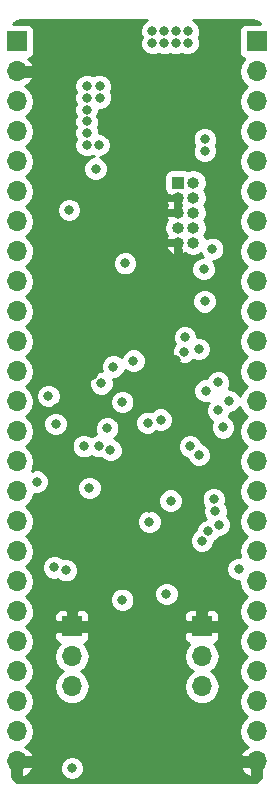
<source format=gbr>
G04 #@! TF.GenerationSoftware,KiCad,Pcbnew,5.0.2-bee76a0~70~ubuntu18.04.1*
G04 #@! TF.CreationDate,2019-01-02T21:11:22-05:00*
G04 #@! TF.ProjectId,stm32 prototype,73746d33-3220-4707-926f-746f74797065,rev?*
G04 #@! TF.SameCoordinates,Original*
G04 #@! TF.FileFunction,Copper,L2,Inr*
G04 #@! TF.FilePolarity,Positive*
%FSLAX46Y46*%
G04 Gerber Fmt 4.6, Leading zero omitted, Abs format (unit mm)*
G04 Created by KiCad (PCBNEW 5.0.2-bee76a0~70~ubuntu18.04.1) date Wed 02 Jan 2019 09:11:22 PM EST*
%MOMM*%
%LPD*%
G01*
G04 APERTURE LIST*
G04 #@! TA.AperFunction,ViaPad*
%ADD10O,1.700000X1.700000*%
G04 #@! TD*
G04 #@! TA.AperFunction,ViaPad*
%ADD11R,1.700000X1.700000*%
G04 #@! TD*
G04 #@! TA.AperFunction,ViaPad*
%ADD12O,1.000000X1.000000*%
G04 #@! TD*
G04 #@! TA.AperFunction,ViaPad*
%ADD13R,1.000000X1.000000*%
G04 #@! TD*
G04 #@! TA.AperFunction,ViaPad*
%ADD14C,0.800000*%
G04 #@! TD*
G04 #@! TA.AperFunction,Conductor*
%ADD15C,0.254000*%
G04 #@! TD*
G04 APERTURE END LIST*
D10*
G04 #@! TO.N,GND*
G04 #@! TO.C,J1*
X182880000Y-106680000D03*
G04 #@! TO.N,PB14*
X182880000Y-104140000D03*
G04 #@! TO.N,PB15*
X182880000Y-101600000D03*
G04 #@! TO.N,PC6*
X182880000Y-99060000D03*
G04 #@! TO.N,PC7*
X182880000Y-96520000D03*
G04 #@! TO.N,PC8*
X182880000Y-93980000D03*
G04 #@! TO.N,PC9*
X182880000Y-91440000D03*
G04 #@! TO.N,PA8_MCO*
X182880000Y-88900000D03*
G04 #@! TO.N,PA9_ST_RXD*
X182880000Y-86360000D03*
G04 #@! TO.N,PA10_ST_TXD*
X182880000Y-83820000D03*
G04 #@! TO.N,PA11_ST_RTS*
X182880000Y-81280000D03*
G04 #@! TO.N,PA12_CTS*
X182880000Y-78740000D03*
G04 #@! TO.N,PA15*
X182880000Y-76200000D03*
G04 #@! TO.N,PC10*
X182880000Y-73660000D03*
G04 #@! TO.N,PC11*
X182880000Y-71120000D03*
G04 #@! TO.N,PC12*
X182880000Y-68580000D03*
G04 #@! TO.N,PD2*
X182880000Y-66040000D03*
G04 #@! TO.N,PB4*
X182880000Y-63500000D03*
G04 #@! TO.N,PB5_I2C1_SMBA*
X182880000Y-60960000D03*
G04 #@! TO.N,PB6_I2C1_SCL*
X182880000Y-58420000D03*
G04 #@! TO.N,PB7_I2C1_SDA*
X182880000Y-55880000D03*
G04 #@! TO.N,PB8*
X182880000Y-53340000D03*
G04 #@! TO.N,PB9*
X182880000Y-50800000D03*
G04 #@! TO.N,PC13*
X182880000Y-48260000D03*
D11*
G04 #@! TO.N,+5V*
X182880000Y-45720000D03*
G04 #@! TD*
G04 #@! TO.N,+5V*
G04 #@! TO.C,J1*
X182880000Y-45720000D03*
D10*
G04 #@! TO.N,PC13*
X182880000Y-48260000D03*
G04 #@! TO.N,PB9*
X182880000Y-50800000D03*
G04 #@! TO.N,PB8*
X182880000Y-53340000D03*
G04 #@! TO.N,PB7_I2C1_SDA*
X182880000Y-55880000D03*
G04 #@! TO.N,PB6_I2C1_SCL*
X182880000Y-58420000D03*
G04 #@! TO.N,PB5_I2C1_SMBA*
X182880000Y-60960000D03*
G04 #@! TO.N,PB4*
X182880000Y-63500000D03*
G04 #@! TO.N,PD2*
X182880000Y-66040000D03*
G04 #@! TO.N,PC12*
X182880000Y-68580000D03*
G04 #@! TO.N,PC11*
X182880000Y-71120000D03*
G04 #@! TO.N,PC10*
X182880000Y-73660000D03*
G04 #@! TO.N,PA15*
X182880000Y-76200000D03*
G04 #@! TO.N,PA12_CTS*
X182880000Y-78740000D03*
G04 #@! TO.N,PA11_ST_RTS*
X182880000Y-81280000D03*
G04 #@! TO.N,PA10_ST_TXD*
X182880000Y-83820000D03*
G04 #@! TO.N,PA9_ST_RXD*
X182880000Y-86360000D03*
G04 #@! TO.N,PA8_MCO*
X182880000Y-88900000D03*
G04 #@! TO.N,PC9*
X182880000Y-91440000D03*
G04 #@! TO.N,PC8*
X182880000Y-93980000D03*
G04 #@! TO.N,PC7*
X182880000Y-96520000D03*
G04 #@! TO.N,PC6*
X182880000Y-99060000D03*
G04 #@! TO.N,PB15*
X182880000Y-101600000D03*
G04 #@! TO.N,PB14*
X182880000Y-104140000D03*
G04 #@! TO.N,GND*
X182880000Y-106680000D03*
G04 #@! TD*
G04 #@! TO.N,+3V3*
G04 #@! TO.C,J10*
X167250000Y-100330000D03*
G04 #@! TO.N,Net-(J10-Pad2)*
X167250000Y-97790000D03*
D11*
G04 #@! TO.N,GND*
X167250000Y-95250000D03*
G04 #@! TD*
D10*
G04 #@! TO.N,GND*
G04 #@! TO.C,J1*
X182880000Y-106680000D03*
G04 #@! TO.N,PB14*
X182880000Y-104140000D03*
G04 #@! TO.N,PB15*
X182880000Y-101600000D03*
G04 #@! TO.N,PC6*
X182880000Y-99060000D03*
G04 #@! TO.N,PC7*
X182880000Y-96520000D03*
G04 #@! TO.N,PC8*
X182880000Y-93980000D03*
G04 #@! TO.N,PC9*
X182880000Y-91440000D03*
G04 #@! TO.N,PA8_MCO*
X182880000Y-88900000D03*
G04 #@! TO.N,PA9_ST_RXD*
X182880000Y-86360000D03*
G04 #@! TO.N,PA10_ST_TXD*
X182880000Y-83820000D03*
G04 #@! TO.N,PA11_ST_RTS*
X182880000Y-81280000D03*
G04 #@! TO.N,PA12_CTS*
X182880000Y-78740000D03*
G04 #@! TO.N,PA15*
X182880000Y-76200000D03*
G04 #@! TO.N,PC10*
X182880000Y-73660000D03*
G04 #@! TO.N,PC11*
X182880000Y-71120000D03*
G04 #@! TO.N,PC12*
X182880000Y-68580000D03*
G04 #@! TO.N,PD2*
X182880000Y-66040000D03*
G04 #@! TO.N,PB4*
X182880000Y-63500000D03*
G04 #@! TO.N,PB5_I2C1_SMBA*
X182880000Y-60960000D03*
G04 #@! TO.N,PB6_I2C1_SCL*
X182880000Y-58420000D03*
G04 #@! TO.N,PB7_I2C1_SDA*
X182880000Y-55880000D03*
G04 #@! TO.N,PB8*
X182880000Y-53340000D03*
G04 #@! TO.N,PB9*
X182880000Y-50800000D03*
G04 #@! TO.N,PC13*
X182880000Y-48260000D03*
D11*
G04 #@! TO.N,+5V*
X182880000Y-45720000D03*
G04 #@! TD*
G04 #@! TO.N,+3V3*
G04 #@! TO.C,J8*
X162560000Y-45720000D03*
D10*
G04 #@! TO.N,GND*
X162560000Y-48260000D03*
G04 #@! TO.N,PC1*
X162560000Y-50800000D03*
G04 #@! TO.N,PC2*
X162560000Y-53340000D03*
G04 #@! TO.N,PC0*
X162560000Y-55880000D03*
G04 #@! TO.N,PC14*
X162560000Y-58420000D03*
G04 #@! TO.N,PC15*
X162560000Y-60960000D03*
G04 #@! TO.N,PC3*
X162560000Y-63500000D03*
G04 #@! TO.N,PA0*
X162560000Y-66040000D03*
G04 #@! TO.N,PA1*
X162560000Y-68580000D03*
G04 #@! TO.N,PA2*
X162560000Y-71120000D03*
G04 #@! TO.N,PA3*
X162560000Y-73660000D03*
G04 #@! TO.N,PB0*
X162560000Y-76200000D03*
G04 #@! TO.N,PC5*
X162560000Y-78740000D03*
G04 #@! TO.N,PC4*
X162560000Y-81280000D03*
G04 #@! TO.N,PA4_SPI1_NSS*
X162560000Y-83820000D03*
G04 #@! TO.N,PA5_SPI1_SCK*
X162560000Y-86360000D03*
G04 #@! TO.N,PA6_SPI1_MISO*
X162560000Y-88900000D03*
G04 #@! TO.N,PA7_SPI1_MOSI*
X162560000Y-91440000D03*
G04 #@! TO.N,PB1*
X162560000Y-93980000D03*
G04 #@! TO.N,PB10*
X162560000Y-96520000D03*
G04 #@! TO.N,PB11*
X162560000Y-99060000D03*
G04 #@! TO.N,PB13*
X162560000Y-101600000D03*
G04 #@! TO.N,PB12*
X162560000Y-104140000D03*
G04 #@! TO.N,GND*
X162560000Y-106680000D03*
G04 #@! TD*
G04 #@! TO.N,+3V3*
G04 #@! TO.C,J9*
X178250000Y-100330000D03*
G04 #@! TO.N,Net-(J9-Pad2)*
X178250000Y-97790000D03*
D11*
G04 #@! TO.N,GND*
X178250000Y-95250000D03*
G04 #@! TD*
D12*
G04 #@! TO.N,NRST*
G04 #@! TO.C,SWD*
X177500000Y-62750000D03*
G04 #@! TO.N,GND*
X176230000Y-62750000D03*
G04 #@! TO.N,N/C*
X177500000Y-61480000D03*
X176230000Y-61480000D03*
G04 #@! TO.N,SWO*
X177500000Y-60210000D03*
G04 #@! TO.N,GND*
X176230000Y-60210000D03*
G04 #@! TO.N,TCK_SWCLK*
X177500000Y-58940000D03*
G04 #@! TO.N,GND*
X176230000Y-58940000D03*
G04 #@! TO.N,TMS_SWDIO*
X177500000Y-57670000D03*
D13*
G04 #@! TO.N,+3V3*
X176230000Y-57670000D03*
G04 #@! TD*
D14*
G04 #@! TO.N,GND*
X177115000Y-52785000D03*
X170000000Y-46750000D03*
X170052813Y-45669416D03*
X171052813Y-45669416D03*
X172052813Y-45669416D03*
X169052813Y-44669416D03*
X170052813Y-44669416D03*
X171052813Y-44669416D03*
X172052813Y-44669416D03*
X169500000Y-90750000D03*
X181000000Y-93250000D03*
X177250000Y-69500000D03*
X169250000Y-64750000D03*
X176024990Y-72701699D03*
X177600000Y-93000000D03*
X178500000Y-107500000D03*
X164661065Y-92837714D03*
X169000000Y-71500000D03*
X167583298Y-82397556D03*
X173750000Y-85250000D03*
X166000000Y-76750000D03*
X173225689Y-71748991D03*
X176500000Y-81250000D03*
X176000000Y-82500000D03*
X172216758Y-67507922D03*
X169000000Y-74000000D03*
X168000000Y-76000000D03*
G04 #@! TO.N,+3V3*
X169500000Y-54500000D03*
X168500000Y-54500000D03*
X169602813Y-50500000D03*
X169602813Y-49500000D03*
X168500000Y-52500000D03*
X168500000Y-50500000D03*
X168500000Y-53469416D03*
X178500000Y-54000000D03*
X178500000Y-55000000D03*
X176813821Y-70765907D03*
X181362340Y-90387660D03*
X178474990Y-67736500D03*
X171500000Y-93000000D03*
X167250000Y-107250000D03*
X169250000Y-56500000D03*
X168725926Y-83524066D03*
X168250000Y-80000000D03*
X172459035Y-72750000D03*
X168500000Y-49500000D03*
X168500000Y-51500000D03*
G04 #@! TO.N,+5V*
X177052813Y-45869416D03*
X176052813Y-45869416D03*
X175052813Y-45869416D03*
X174052813Y-45869416D03*
X174052813Y-44869416D03*
X175052813Y-44869416D03*
X176052813Y-44869416D03*
X177052813Y-44869416D03*
G04 #@! TO.N,NRST*
X173648436Y-78013294D03*
G04 #@! TO.N,PB14*
X173800000Y-86400000D03*
G04 #@! TO.N,PB11*
X166750000Y-90500000D03*
G04 #@! TO.N,PB10*
X165750000Y-90250000D03*
G04 #@! TO.N,PC2*
X169500000Y-80000000D03*
G04 #@! TO.N,PB9*
X176750000Y-72000000D03*
G04 #@! TO.N,PB8*
X178012660Y-71762660D03*
G04 #@! TO.N,PB7_I2C1_SDA*
X178400000Y-65000000D03*
G04 #@! TO.N,PB6_I2C1_SCL*
X179125010Y-63286846D03*
G04 #@! TO.N,PB5_I2C1_SMBA*
X178575927Y-75288139D03*
G04 #@! TO.N,PB4*
X179627006Y-74589417D03*
G04 #@! TO.N,PA15*
X178000000Y-80750000D03*
G04 #@! TO.N,PA12_CTS*
X179265500Y-84495306D03*
G04 #@! TO.N,PA11_ST_RTS*
X179399869Y-85487783D03*
G04 #@! TO.N,PA10_ST_TXD*
X179659171Y-86648408D03*
G04 #@! TO.N,PA9_ST_RXD*
X178804707Y-87167940D03*
G04 #@! TO.N,PA8_MCO*
X178250000Y-88000000D03*
G04 #@! TO.N,PA3*
X164250000Y-83000000D03*
G04 #@! TO.N,PA0*
X165875645Y-78105839D03*
G04 #@! TO.N,PC13*
X167000000Y-60000000D03*
G04 #@! TO.N,PD2*
X179648376Y-76950425D03*
G04 #@! TO.N,PC3*
X165250000Y-75750000D03*
G04 #@! TO.N,PC9*
X175600000Y-84600000D03*
G04 #@! TO.N,PC10*
X180042585Y-78398964D03*
G04 #@! TO.N,PC11*
X177250000Y-80000000D03*
G04 #@! TO.N,PC12*
X180529978Y-76166807D03*
G04 #@! TO.N,PC14*
X171500000Y-76250000D03*
G04 #@! TO.N,PC1*
X170510243Y-80325011D03*
G04 #@! TO.N,PC0*
X170237017Y-78487663D03*
G04 #@! TO.N,PC13*
X170750000Y-73250000D03*
X171750000Y-64500000D03*
G04 #@! TO.N,Net-(R6-Pad1)*
X174750000Y-77750000D03*
X175250000Y-92500000D03*
G04 #@! TO.N,PC15*
X169737965Y-74674857D03*
G04 #@! TD*
D15*
G04 #@! TO.N,GND*
G36*
X173466533Y-43991985D02*
X173175382Y-44283136D01*
X173017813Y-44663542D01*
X173017813Y-45075290D01*
X173139644Y-45369416D01*
X173017813Y-45663542D01*
X173017813Y-46075290D01*
X173175382Y-46455696D01*
X173466533Y-46746847D01*
X173846939Y-46904416D01*
X174258687Y-46904416D01*
X174552813Y-46782585D01*
X174846939Y-46904416D01*
X175258687Y-46904416D01*
X175552813Y-46782585D01*
X175846939Y-46904416D01*
X176258687Y-46904416D01*
X176552813Y-46782585D01*
X176846939Y-46904416D01*
X177258687Y-46904416D01*
X177639093Y-46746847D01*
X177930244Y-46455696D01*
X178087813Y-46075290D01*
X178087813Y-45663542D01*
X177965982Y-45369416D01*
X178087813Y-45075290D01*
X178087813Y-44663542D01*
X177930244Y-44283136D01*
X177639093Y-43991985D01*
X177518418Y-43942000D01*
X182502491Y-43942000D01*
X182848130Y-44010752D01*
X183130545Y-44199455D01*
X183145983Y-44222560D01*
X182030000Y-44222560D01*
X181782235Y-44271843D01*
X181572191Y-44412191D01*
X181431843Y-44622235D01*
X181382560Y-44870000D01*
X181382560Y-46570000D01*
X181431843Y-46817765D01*
X181572191Y-47027809D01*
X181782235Y-47168157D01*
X181827619Y-47177184D01*
X181809375Y-47189375D01*
X181481161Y-47680582D01*
X181365908Y-48260000D01*
X181481161Y-48839418D01*
X181809375Y-49330625D01*
X182107761Y-49530000D01*
X181809375Y-49729375D01*
X181481161Y-50220582D01*
X181365908Y-50800000D01*
X181481161Y-51379418D01*
X181809375Y-51870625D01*
X182107761Y-52070000D01*
X181809375Y-52269375D01*
X181481161Y-52760582D01*
X181365908Y-53340000D01*
X181481161Y-53919418D01*
X181809375Y-54410625D01*
X182107761Y-54610000D01*
X181809375Y-54809375D01*
X181481161Y-55300582D01*
X181365908Y-55880000D01*
X181481161Y-56459418D01*
X181809375Y-56950625D01*
X182107761Y-57150000D01*
X181809375Y-57349375D01*
X181481161Y-57840582D01*
X181365908Y-58420000D01*
X181481161Y-58999418D01*
X181809375Y-59490625D01*
X182107761Y-59690000D01*
X181809375Y-59889375D01*
X181481161Y-60380582D01*
X181365908Y-60960000D01*
X181481161Y-61539418D01*
X181809375Y-62030625D01*
X182107761Y-62230000D01*
X181809375Y-62429375D01*
X181481161Y-62920582D01*
X181365908Y-63500000D01*
X181481161Y-64079418D01*
X181809375Y-64570625D01*
X182107761Y-64770000D01*
X181809375Y-64969375D01*
X181481161Y-65460582D01*
X181365908Y-66040000D01*
X181481161Y-66619418D01*
X181809375Y-67110625D01*
X182107761Y-67310000D01*
X181809375Y-67509375D01*
X181481161Y-68000582D01*
X181365908Y-68580000D01*
X181481161Y-69159418D01*
X181809375Y-69650625D01*
X182107761Y-69850000D01*
X181809375Y-70049375D01*
X181481161Y-70540582D01*
X181365908Y-71120000D01*
X181481161Y-71699418D01*
X181809375Y-72190625D01*
X182107761Y-72390000D01*
X181809375Y-72589375D01*
X181481161Y-73080582D01*
X181365908Y-73660000D01*
X181481161Y-74239418D01*
X181809375Y-74730625D01*
X182107761Y-74930000D01*
X181809375Y-75129375D01*
X181481161Y-75620582D01*
X181462617Y-75713811D01*
X181407409Y-75580527D01*
X181116258Y-75289376D01*
X180735852Y-75131807D01*
X180522617Y-75131807D01*
X180662006Y-74795291D01*
X180662006Y-74383543D01*
X180504437Y-74003137D01*
X180213286Y-73711986D01*
X179832880Y-73554417D01*
X179421132Y-73554417D01*
X179040726Y-73711986D01*
X178749575Y-74003137D01*
X178646021Y-74253139D01*
X178370053Y-74253139D01*
X177989647Y-74410708D01*
X177698496Y-74701859D01*
X177540927Y-75082265D01*
X177540927Y-75494013D01*
X177698496Y-75874419D01*
X177989647Y-76165570D01*
X178370053Y-76323139D01*
X178781801Y-76323139D01*
X178833270Y-76301820D01*
X178770945Y-76364145D01*
X178613376Y-76744551D01*
X178613376Y-77156299D01*
X178770945Y-77536705D01*
X179062096Y-77827856D01*
X179144697Y-77862071D01*
X179007585Y-78193090D01*
X179007585Y-78604838D01*
X179165154Y-78985244D01*
X179456305Y-79276395D01*
X179836711Y-79433964D01*
X180248459Y-79433964D01*
X180628865Y-79276395D01*
X180920016Y-78985244D01*
X181077585Y-78604838D01*
X181077585Y-78193090D01*
X180920016Y-77812684D01*
X180628865Y-77521533D01*
X180546264Y-77487318D01*
X180664526Y-77201807D01*
X180735852Y-77201807D01*
X181116258Y-77044238D01*
X181407409Y-76753087D01*
X181453696Y-76641341D01*
X181481161Y-76779418D01*
X181809375Y-77270625D01*
X182107761Y-77470000D01*
X181809375Y-77669375D01*
X181481161Y-78160582D01*
X181365908Y-78740000D01*
X181481161Y-79319418D01*
X181809375Y-79810625D01*
X182107761Y-80010000D01*
X181809375Y-80209375D01*
X181481161Y-80700582D01*
X181365908Y-81280000D01*
X181481161Y-81859418D01*
X181809375Y-82350625D01*
X182107761Y-82550000D01*
X181809375Y-82749375D01*
X181481161Y-83240582D01*
X181365908Y-83820000D01*
X181481161Y-84399418D01*
X181809375Y-84890625D01*
X182107761Y-85090000D01*
X181809375Y-85289375D01*
X181481161Y-85780582D01*
X181365908Y-86360000D01*
X181481161Y-86939418D01*
X181809375Y-87430625D01*
X182107761Y-87630000D01*
X181809375Y-87829375D01*
X181481161Y-88320582D01*
X181365908Y-88900000D01*
X181455947Y-89352660D01*
X181156466Y-89352660D01*
X180776060Y-89510229D01*
X180484909Y-89801380D01*
X180327340Y-90181786D01*
X180327340Y-90593534D01*
X180484909Y-90973940D01*
X180776060Y-91265091D01*
X181156466Y-91422660D01*
X181369357Y-91422660D01*
X181365908Y-91440000D01*
X181481161Y-92019418D01*
X181809375Y-92510625D01*
X182107761Y-92710000D01*
X181809375Y-92909375D01*
X181481161Y-93400582D01*
X181365908Y-93980000D01*
X181481161Y-94559418D01*
X181809375Y-95050625D01*
X182107761Y-95250000D01*
X181809375Y-95449375D01*
X181481161Y-95940582D01*
X181365908Y-96520000D01*
X181481161Y-97099418D01*
X181809375Y-97590625D01*
X182107761Y-97790000D01*
X181809375Y-97989375D01*
X181481161Y-98480582D01*
X181365908Y-99060000D01*
X181481161Y-99639418D01*
X181809375Y-100130625D01*
X182107761Y-100330000D01*
X181809375Y-100529375D01*
X181481161Y-101020582D01*
X181365908Y-101600000D01*
X181481161Y-102179418D01*
X181809375Y-102670625D01*
X182107761Y-102870000D01*
X181809375Y-103069375D01*
X181481161Y-103560582D01*
X181365908Y-104140000D01*
X181481161Y-104719418D01*
X181809375Y-105210625D01*
X182131969Y-105426176D01*
X181810915Y-105649289D01*
X181518655Y-106086735D01*
X181607282Y-106307000D01*
X182507000Y-106307000D01*
X182507000Y-106287000D01*
X183253000Y-106287000D01*
X183253000Y-106307000D01*
X183273000Y-106307000D01*
X183273000Y-107053000D01*
X183253000Y-107053000D01*
X183253000Y-107958671D01*
X183284306Y-107970425D01*
X183130545Y-108200545D01*
X182848130Y-108389248D01*
X182502491Y-108458000D01*
X162937509Y-108458000D01*
X162591870Y-108389248D01*
X162309455Y-108200545D01*
X162155694Y-107970425D01*
X162187000Y-107958671D01*
X162187000Y-107053000D01*
X162933000Y-107053000D01*
X162933000Y-107958671D01*
X163153270Y-108041374D01*
X163629085Y-107710711D01*
X163921345Y-107273265D01*
X163832718Y-107053000D01*
X162933000Y-107053000D01*
X162187000Y-107053000D01*
X162167000Y-107053000D01*
X162167000Y-107044126D01*
X166215000Y-107044126D01*
X166215000Y-107455874D01*
X166372569Y-107836280D01*
X166663720Y-108127431D01*
X167044126Y-108285000D01*
X167455874Y-108285000D01*
X167836280Y-108127431D01*
X168127431Y-107836280D01*
X168285000Y-107455874D01*
X168285000Y-107273265D01*
X181518655Y-107273265D01*
X181810915Y-107710711D01*
X182286730Y-108041374D01*
X182507000Y-107958671D01*
X182507000Y-107053000D01*
X181607282Y-107053000D01*
X181518655Y-107273265D01*
X168285000Y-107273265D01*
X168285000Y-107044126D01*
X168127431Y-106663720D01*
X167836280Y-106372569D01*
X167455874Y-106215000D01*
X167044126Y-106215000D01*
X166663720Y-106372569D01*
X166372569Y-106663720D01*
X166215000Y-107044126D01*
X162167000Y-107044126D01*
X162167000Y-106307000D01*
X162187000Y-106307000D01*
X162187000Y-106287000D01*
X162933000Y-106287000D01*
X162933000Y-106307000D01*
X163832718Y-106307000D01*
X163921345Y-106086735D01*
X163629085Y-105649289D01*
X163308031Y-105426176D01*
X163630625Y-105210625D01*
X163958839Y-104719418D01*
X164074092Y-104140000D01*
X163958839Y-103560582D01*
X163630625Y-103069375D01*
X163332239Y-102870000D01*
X163630625Y-102670625D01*
X163958839Y-102179418D01*
X164074092Y-101600000D01*
X163958839Y-101020582D01*
X163630625Y-100529375D01*
X163332239Y-100330000D01*
X163630625Y-100130625D01*
X163958839Y-99639418D01*
X164074092Y-99060000D01*
X163958839Y-98480582D01*
X163630625Y-97989375D01*
X163332239Y-97790000D01*
X165735908Y-97790000D01*
X165851161Y-98369418D01*
X166179375Y-98860625D01*
X166477761Y-99060000D01*
X166179375Y-99259375D01*
X165851161Y-99750582D01*
X165735908Y-100330000D01*
X165851161Y-100909418D01*
X166179375Y-101400625D01*
X166670582Y-101728839D01*
X167103744Y-101815000D01*
X167396256Y-101815000D01*
X167829418Y-101728839D01*
X168320625Y-101400625D01*
X168648839Y-100909418D01*
X168764092Y-100330000D01*
X168648839Y-99750582D01*
X168320625Y-99259375D01*
X168022239Y-99060000D01*
X168320625Y-98860625D01*
X168648839Y-98369418D01*
X168764092Y-97790000D01*
X176735908Y-97790000D01*
X176851161Y-98369418D01*
X177179375Y-98860625D01*
X177477761Y-99060000D01*
X177179375Y-99259375D01*
X176851161Y-99750582D01*
X176735908Y-100330000D01*
X176851161Y-100909418D01*
X177179375Y-101400625D01*
X177670582Y-101728839D01*
X178103744Y-101815000D01*
X178396256Y-101815000D01*
X178829418Y-101728839D01*
X179320625Y-101400625D01*
X179648839Y-100909418D01*
X179764092Y-100330000D01*
X179648839Y-99750582D01*
X179320625Y-99259375D01*
X179022239Y-99060000D01*
X179320625Y-98860625D01*
X179648839Y-98369418D01*
X179764092Y-97790000D01*
X179648839Y-97210582D01*
X179320625Y-96719375D01*
X179298967Y-96704904D01*
X179459698Y-96638327D01*
X179638327Y-96459699D01*
X179735000Y-96226310D01*
X179735000Y-95781750D01*
X179576250Y-95623000D01*
X178623000Y-95623000D01*
X178623000Y-95643000D01*
X177877000Y-95643000D01*
X177877000Y-95623000D01*
X176923750Y-95623000D01*
X176765000Y-95781750D01*
X176765000Y-96226310D01*
X176861673Y-96459699D01*
X177040302Y-96638327D01*
X177201033Y-96704904D01*
X177179375Y-96719375D01*
X176851161Y-97210582D01*
X176735908Y-97790000D01*
X168764092Y-97790000D01*
X168648839Y-97210582D01*
X168320625Y-96719375D01*
X168298967Y-96704904D01*
X168459698Y-96638327D01*
X168638327Y-96459699D01*
X168735000Y-96226310D01*
X168735000Y-95781750D01*
X168576250Y-95623000D01*
X167623000Y-95623000D01*
X167623000Y-95643000D01*
X166877000Y-95643000D01*
X166877000Y-95623000D01*
X165923750Y-95623000D01*
X165765000Y-95781750D01*
X165765000Y-96226310D01*
X165861673Y-96459699D01*
X166040302Y-96638327D01*
X166201033Y-96704904D01*
X166179375Y-96719375D01*
X165851161Y-97210582D01*
X165735908Y-97790000D01*
X163332239Y-97790000D01*
X163630625Y-97590625D01*
X163958839Y-97099418D01*
X164074092Y-96520000D01*
X163958839Y-95940582D01*
X163630625Y-95449375D01*
X163332239Y-95250000D01*
X163630625Y-95050625D01*
X163958839Y-94559418D01*
X164015673Y-94273690D01*
X165765000Y-94273690D01*
X165765000Y-94718250D01*
X165923750Y-94877000D01*
X166877000Y-94877000D01*
X166877000Y-93923750D01*
X167623000Y-93923750D01*
X167623000Y-94877000D01*
X168576250Y-94877000D01*
X168735000Y-94718250D01*
X168735000Y-94273690D01*
X176765000Y-94273690D01*
X176765000Y-94718250D01*
X176923750Y-94877000D01*
X177877000Y-94877000D01*
X177877000Y-93923750D01*
X178623000Y-93923750D01*
X178623000Y-94877000D01*
X179576250Y-94877000D01*
X179735000Y-94718250D01*
X179735000Y-94273690D01*
X179638327Y-94040301D01*
X179459698Y-93861673D01*
X179226309Y-93765000D01*
X178781750Y-93765000D01*
X178623000Y-93923750D01*
X177877000Y-93923750D01*
X177718250Y-93765000D01*
X177273691Y-93765000D01*
X177040302Y-93861673D01*
X176861673Y-94040301D01*
X176765000Y-94273690D01*
X168735000Y-94273690D01*
X168638327Y-94040301D01*
X168459698Y-93861673D01*
X168226309Y-93765000D01*
X167781750Y-93765000D01*
X167623000Y-93923750D01*
X166877000Y-93923750D01*
X166718250Y-93765000D01*
X166273691Y-93765000D01*
X166040302Y-93861673D01*
X165861673Y-94040301D01*
X165765000Y-94273690D01*
X164015673Y-94273690D01*
X164074092Y-93980000D01*
X163958839Y-93400582D01*
X163630625Y-92909375D01*
X163458143Y-92794126D01*
X170465000Y-92794126D01*
X170465000Y-93205874D01*
X170622569Y-93586280D01*
X170913720Y-93877431D01*
X171294126Y-94035000D01*
X171705874Y-94035000D01*
X172086280Y-93877431D01*
X172377431Y-93586280D01*
X172535000Y-93205874D01*
X172535000Y-92794126D01*
X172377431Y-92413720D01*
X172257837Y-92294126D01*
X174215000Y-92294126D01*
X174215000Y-92705874D01*
X174372569Y-93086280D01*
X174663720Y-93377431D01*
X175044126Y-93535000D01*
X175455874Y-93535000D01*
X175836280Y-93377431D01*
X176127431Y-93086280D01*
X176285000Y-92705874D01*
X176285000Y-92294126D01*
X176127431Y-91913720D01*
X175836280Y-91622569D01*
X175455874Y-91465000D01*
X175044126Y-91465000D01*
X174663720Y-91622569D01*
X174372569Y-91913720D01*
X174215000Y-92294126D01*
X172257837Y-92294126D01*
X172086280Y-92122569D01*
X171705874Y-91965000D01*
X171294126Y-91965000D01*
X170913720Y-92122569D01*
X170622569Y-92413720D01*
X170465000Y-92794126D01*
X163458143Y-92794126D01*
X163332239Y-92710000D01*
X163630625Y-92510625D01*
X163958839Y-92019418D01*
X164074092Y-91440000D01*
X163958839Y-90860582D01*
X163630625Y-90369375D01*
X163332239Y-90170000D01*
X163520622Y-90044126D01*
X164715000Y-90044126D01*
X164715000Y-90455874D01*
X164872569Y-90836280D01*
X165163720Y-91127431D01*
X165544126Y-91285000D01*
X165955874Y-91285000D01*
X166037485Y-91251196D01*
X166163720Y-91377431D01*
X166544126Y-91535000D01*
X166955874Y-91535000D01*
X167336280Y-91377431D01*
X167627431Y-91086280D01*
X167785000Y-90705874D01*
X167785000Y-90294126D01*
X167627431Y-89913720D01*
X167336280Y-89622569D01*
X166955874Y-89465000D01*
X166544126Y-89465000D01*
X166462515Y-89498804D01*
X166336280Y-89372569D01*
X165955874Y-89215000D01*
X165544126Y-89215000D01*
X165163720Y-89372569D01*
X164872569Y-89663720D01*
X164715000Y-90044126D01*
X163520622Y-90044126D01*
X163630625Y-89970625D01*
X163958839Y-89479418D01*
X164074092Y-88900000D01*
X163958839Y-88320582D01*
X163630625Y-87829375D01*
X163577872Y-87794126D01*
X177215000Y-87794126D01*
X177215000Y-88205874D01*
X177372569Y-88586280D01*
X177663720Y-88877431D01*
X178044126Y-89035000D01*
X178455874Y-89035000D01*
X178836280Y-88877431D01*
X179127431Y-88586280D01*
X179285000Y-88205874D01*
X179285000Y-88089272D01*
X179390987Y-88045371D01*
X179682138Y-87754220D01*
X179711469Y-87683408D01*
X179865045Y-87683408D01*
X180245451Y-87525839D01*
X180536602Y-87234688D01*
X180694171Y-86854282D01*
X180694171Y-86442534D01*
X180536602Y-86062128D01*
X180356743Y-85882269D01*
X180434869Y-85693657D01*
X180434869Y-85281909D01*
X180277300Y-84901503D01*
X180235032Y-84859235D01*
X180300500Y-84701180D01*
X180300500Y-84289432D01*
X180142931Y-83909026D01*
X179851780Y-83617875D01*
X179471374Y-83460306D01*
X179059626Y-83460306D01*
X178679220Y-83617875D01*
X178388069Y-83909026D01*
X178230500Y-84289432D01*
X178230500Y-84701180D01*
X178388069Y-85081586D01*
X178430337Y-85123854D01*
X178364869Y-85281909D01*
X178364869Y-85693657D01*
X178522438Y-86074063D01*
X178586446Y-86138071D01*
X178218427Y-86290509D01*
X177927276Y-86581660D01*
X177769707Y-86962066D01*
X177769707Y-87078668D01*
X177663720Y-87122569D01*
X177372569Y-87413720D01*
X177215000Y-87794126D01*
X163577872Y-87794126D01*
X163332239Y-87630000D01*
X163630625Y-87430625D01*
X163958839Y-86939418D01*
X164074092Y-86360000D01*
X164041098Y-86194126D01*
X172765000Y-86194126D01*
X172765000Y-86605874D01*
X172922569Y-86986280D01*
X173213720Y-87277431D01*
X173594126Y-87435000D01*
X174005874Y-87435000D01*
X174386280Y-87277431D01*
X174677431Y-86986280D01*
X174835000Y-86605874D01*
X174835000Y-86194126D01*
X174677431Y-85813720D01*
X174386280Y-85522569D01*
X174005874Y-85365000D01*
X173594126Y-85365000D01*
X173213720Y-85522569D01*
X172922569Y-85813720D01*
X172765000Y-86194126D01*
X164041098Y-86194126D01*
X163958839Y-85780582D01*
X163630625Y-85289375D01*
X163332239Y-85090000D01*
X163630625Y-84890625D01*
X163958839Y-84399418D01*
X164032300Y-84030102D01*
X164044126Y-84035000D01*
X164455874Y-84035000D01*
X164836280Y-83877431D01*
X165127431Y-83586280D01*
X165238476Y-83318192D01*
X167690926Y-83318192D01*
X167690926Y-83729940D01*
X167848495Y-84110346D01*
X168139646Y-84401497D01*
X168520052Y-84559066D01*
X168931800Y-84559066D01*
X169312206Y-84401497D01*
X169319577Y-84394126D01*
X174565000Y-84394126D01*
X174565000Y-84805874D01*
X174722569Y-85186280D01*
X175013720Y-85477431D01*
X175394126Y-85635000D01*
X175805874Y-85635000D01*
X176186280Y-85477431D01*
X176477431Y-85186280D01*
X176635000Y-84805874D01*
X176635000Y-84394126D01*
X176477431Y-84013720D01*
X176186280Y-83722569D01*
X175805874Y-83565000D01*
X175394126Y-83565000D01*
X175013720Y-83722569D01*
X174722569Y-84013720D01*
X174565000Y-84394126D01*
X169319577Y-84394126D01*
X169603357Y-84110346D01*
X169760926Y-83729940D01*
X169760926Y-83318192D01*
X169603357Y-82937786D01*
X169312206Y-82646635D01*
X168931800Y-82489066D01*
X168520052Y-82489066D01*
X168139646Y-82646635D01*
X167848495Y-82937786D01*
X167690926Y-83318192D01*
X165238476Y-83318192D01*
X165285000Y-83205874D01*
X165285000Y-82794126D01*
X165127431Y-82413720D01*
X164836280Y-82122569D01*
X164455874Y-81965000D01*
X164044126Y-81965000D01*
X163828656Y-82054250D01*
X163958839Y-81859418D01*
X164074092Y-81280000D01*
X163958839Y-80700582D01*
X163630625Y-80209375D01*
X163332239Y-80010000D01*
X163630625Y-79810625D01*
X163641649Y-79794126D01*
X167215000Y-79794126D01*
X167215000Y-80205874D01*
X167372569Y-80586280D01*
X167663720Y-80877431D01*
X168044126Y-81035000D01*
X168455874Y-81035000D01*
X168836280Y-80877431D01*
X168875000Y-80838711D01*
X168913720Y-80877431D01*
X169294126Y-81035000D01*
X169705874Y-81035000D01*
X169741687Y-81020166D01*
X169923963Y-81202442D01*
X170304369Y-81360011D01*
X170716117Y-81360011D01*
X171096523Y-81202442D01*
X171387674Y-80911291D01*
X171545243Y-80530885D01*
X171545243Y-80119137D01*
X171410620Y-79794126D01*
X176215000Y-79794126D01*
X176215000Y-80205874D01*
X176372569Y-80586280D01*
X176663720Y-80877431D01*
X176988175Y-81011825D01*
X177122569Y-81336280D01*
X177413720Y-81627431D01*
X177794126Y-81785000D01*
X178205874Y-81785000D01*
X178586280Y-81627431D01*
X178877431Y-81336280D01*
X179035000Y-80955874D01*
X179035000Y-80544126D01*
X178877431Y-80163720D01*
X178586280Y-79872569D01*
X178261825Y-79738175D01*
X178127431Y-79413720D01*
X177836280Y-79122569D01*
X177455874Y-78965000D01*
X177044126Y-78965000D01*
X176663720Y-79122569D01*
X176372569Y-79413720D01*
X176215000Y-79794126D01*
X171410620Y-79794126D01*
X171387674Y-79738731D01*
X171096523Y-79447580D01*
X170844996Y-79343395D01*
X171114448Y-79073943D01*
X171272017Y-78693537D01*
X171272017Y-78281789D01*
X171114448Y-77901383D01*
X171020485Y-77807420D01*
X172613436Y-77807420D01*
X172613436Y-78219168D01*
X172771005Y-78599574D01*
X173062156Y-78890725D01*
X173442562Y-79048294D01*
X173854310Y-79048294D01*
X174234716Y-78890725D01*
X174400099Y-78725342D01*
X174544126Y-78785000D01*
X174955874Y-78785000D01*
X175336280Y-78627431D01*
X175627431Y-78336280D01*
X175785000Y-77955874D01*
X175785000Y-77544126D01*
X175627431Y-77163720D01*
X175336280Y-76872569D01*
X174955874Y-76715000D01*
X174544126Y-76715000D01*
X174163720Y-76872569D01*
X173998337Y-77037952D01*
X173854310Y-76978294D01*
X173442562Y-76978294D01*
X173062156Y-77135863D01*
X172771005Y-77427014D01*
X172613436Y-77807420D01*
X171020485Y-77807420D01*
X170823297Y-77610232D01*
X170442891Y-77452663D01*
X170031143Y-77452663D01*
X169650737Y-77610232D01*
X169359586Y-77901383D01*
X169202017Y-78281789D01*
X169202017Y-78693537D01*
X169314460Y-78965000D01*
X169294126Y-78965000D01*
X168913720Y-79122569D01*
X168875000Y-79161289D01*
X168836280Y-79122569D01*
X168455874Y-78965000D01*
X168044126Y-78965000D01*
X167663720Y-79122569D01*
X167372569Y-79413720D01*
X167215000Y-79794126D01*
X163641649Y-79794126D01*
X163958839Y-79319418D01*
X164074092Y-78740000D01*
X163958839Y-78160582D01*
X163784701Y-77899965D01*
X164840645Y-77899965D01*
X164840645Y-78311713D01*
X164998214Y-78692119D01*
X165289365Y-78983270D01*
X165669771Y-79140839D01*
X166081519Y-79140839D01*
X166461925Y-78983270D01*
X166753076Y-78692119D01*
X166910645Y-78311713D01*
X166910645Y-77899965D01*
X166753076Y-77519559D01*
X166461925Y-77228408D01*
X166081519Y-77070839D01*
X165669771Y-77070839D01*
X165289365Y-77228408D01*
X164998214Y-77519559D01*
X164840645Y-77899965D01*
X163784701Y-77899965D01*
X163630625Y-77669375D01*
X163332239Y-77470000D01*
X163630625Y-77270625D01*
X163958839Y-76779418D01*
X164074092Y-76200000D01*
X163958839Y-75620582D01*
X163907753Y-75544126D01*
X164215000Y-75544126D01*
X164215000Y-75955874D01*
X164372569Y-76336280D01*
X164663720Y-76627431D01*
X165044126Y-76785000D01*
X165455874Y-76785000D01*
X165836280Y-76627431D01*
X166127431Y-76336280D01*
X166248444Y-76044126D01*
X170465000Y-76044126D01*
X170465000Y-76455874D01*
X170622569Y-76836280D01*
X170913720Y-77127431D01*
X171294126Y-77285000D01*
X171705874Y-77285000D01*
X172086280Y-77127431D01*
X172377431Y-76836280D01*
X172535000Y-76455874D01*
X172535000Y-76044126D01*
X172377431Y-75663720D01*
X172086280Y-75372569D01*
X171705874Y-75215000D01*
X171294126Y-75215000D01*
X170913720Y-75372569D01*
X170622569Y-75663720D01*
X170465000Y-76044126D01*
X166248444Y-76044126D01*
X166285000Y-75955874D01*
X166285000Y-75544126D01*
X166127431Y-75163720D01*
X165836280Y-74872569D01*
X165455874Y-74715000D01*
X165044126Y-74715000D01*
X164663720Y-74872569D01*
X164372569Y-75163720D01*
X164215000Y-75544126D01*
X163907753Y-75544126D01*
X163630625Y-75129375D01*
X163332239Y-74930000D01*
X163630625Y-74730625D01*
X163805448Y-74468983D01*
X168702965Y-74468983D01*
X168702965Y-74880731D01*
X168860534Y-75261137D01*
X169151685Y-75552288D01*
X169532091Y-75709857D01*
X169943839Y-75709857D01*
X170324245Y-75552288D01*
X170615396Y-75261137D01*
X170772965Y-74880731D01*
X170772965Y-74468983D01*
X170696757Y-74285000D01*
X170955874Y-74285000D01*
X171336280Y-74127431D01*
X171627431Y-73836280D01*
X171760455Y-73515131D01*
X171872755Y-73627431D01*
X172253161Y-73785000D01*
X172664909Y-73785000D01*
X173045315Y-73627431D01*
X173336466Y-73336280D01*
X173494035Y-72955874D01*
X173494035Y-72544126D01*
X173336466Y-72163720D01*
X173045315Y-71872569D01*
X172855937Y-71794126D01*
X175715000Y-71794126D01*
X175715000Y-72205874D01*
X175872569Y-72586280D01*
X176163720Y-72877431D01*
X176544126Y-73035000D01*
X176955874Y-73035000D01*
X177336280Y-72877431D01*
X177530494Y-72683217D01*
X177806786Y-72797660D01*
X178218534Y-72797660D01*
X178598940Y-72640091D01*
X178890091Y-72348940D01*
X179047660Y-71968534D01*
X179047660Y-71556786D01*
X178890091Y-71176380D01*
X178598940Y-70885229D01*
X178218534Y-70727660D01*
X177848821Y-70727660D01*
X177848821Y-70560033D01*
X177691252Y-70179627D01*
X177400101Y-69888476D01*
X177019695Y-69730907D01*
X176607947Y-69730907D01*
X176227541Y-69888476D01*
X175936390Y-70179627D01*
X175778821Y-70560033D01*
X175778821Y-70971781D01*
X175935720Y-71350569D01*
X175872569Y-71413720D01*
X175715000Y-71794126D01*
X172855937Y-71794126D01*
X172664909Y-71715000D01*
X172253161Y-71715000D01*
X171872755Y-71872569D01*
X171581604Y-72163720D01*
X171448580Y-72484869D01*
X171336280Y-72372569D01*
X170955874Y-72215000D01*
X170544126Y-72215000D01*
X170163720Y-72372569D01*
X169872569Y-72663720D01*
X169715000Y-73044126D01*
X169715000Y-73455874D01*
X169791208Y-73639857D01*
X169532091Y-73639857D01*
X169151685Y-73797426D01*
X168860534Y-74088577D01*
X168702965Y-74468983D01*
X163805448Y-74468983D01*
X163958839Y-74239418D01*
X164074092Y-73660000D01*
X163958839Y-73080582D01*
X163630625Y-72589375D01*
X163332239Y-72390000D01*
X163630625Y-72190625D01*
X163958839Y-71699418D01*
X164074092Y-71120000D01*
X163958839Y-70540582D01*
X163630625Y-70049375D01*
X163332239Y-69850000D01*
X163630625Y-69650625D01*
X163958839Y-69159418D01*
X164074092Y-68580000D01*
X163958839Y-68000582D01*
X163644825Y-67530626D01*
X177439990Y-67530626D01*
X177439990Y-67942374D01*
X177597559Y-68322780D01*
X177888710Y-68613931D01*
X178269116Y-68771500D01*
X178680864Y-68771500D01*
X179061270Y-68613931D01*
X179352421Y-68322780D01*
X179509990Y-67942374D01*
X179509990Y-67530626D01*
X179352421Y-67150220D01*
X179061270Y-66859069D01*
X178680864Y-66701500D01*
X178269116Y-66701500D01*
X177888710Y-66859069D01*
X177597559Y-67150220D01*
X177439990Y-67530626D01*
X163644825Y-67530626D01*
X163630625Y-67509375D01*
X163332239Y-67310000D01*
X163630625Y-67110625D01*
X163958839Y-66619418D01*
X164074092Y-66040000D01*
X163958839Y-65460582D01*
X163630625Y-64969375D01*
X163332239Y-64770000D01*
X163630625Y-64570625D01*
X163815375Y-64294126D01*
X170715000Y-64294126D01*
X170715000Y-64705874D01*
X170872569Y-65086280D01*
X171163720Y-65377431D01*
X171544126Y-65535000D01*
X171955874Y-65535000D01*
X172336280Y-65377431D01*
X172627431Y-65086280D01*
X172785000Y-64705874D01*
X172785000Y-64294126D01*
X172627431Y-63913720D01*
X172336280Y-63622569D01*
X171955874Y-63465000D01*
X171544126Y-63465000D01*
X171163720Y-63622569D01*
X170872569Y-63913720D01*
X170715000Y-64294126D01*
X163815375Y-64294126D01*
X163958839Y-64079418D01*
X164074092Y-63500000D01*
X164008475Y-63170115D01*
X175175614Y-63170115D01*
X175187350Y-63198512D01*
X175438355Y-63563376D01*
X175809881Y-63804411D01*
X175980000Y-63698400D01*
X175980000Y-63000000D01*
X175286303Y-63000000D01*
X175175614Y-63170115D01*
X164008475Y-63170115D01*
X163958839Y-62920582D01*
X163630625Y-62429375D01*
X163332239Y-62230000D01*
X163630625Y-62030625D01*
X163958839Y-61539418D01*
X163970657Y-61480000D01*
X175072765Y-61480000D01*
X175160854Y-61922855D01*
X175302250Y-62134468D01*
X175187350Y-62301488D01*
X175175614Y-62329885D01*
X175286303Y-62500000D01*
X175713593Y-62500000D01*
X175787145Y-62549146D01*
X176118217Y-62615000D01*
X176341783Y-62615000D01*
X176370765Y-62609235D01*
X176342765Y-62750000D01*
X176430854Y-63192855D01*
X176480000Y-63266407D01*
X176480000Y-63698400D01*
X176650119Y-63804411D01*
X176845443Y-63677691D01*
X177057145Y-63819146D01*
X177388217Y-63885000D01*
X177611783Y-63885000D01*
X177942855Y-63819146D01*
X178164011Y-63671374D01*
X178247579Y-63873126D01*
X178339453Y-63965000D01*
X178194126Y-63965000D01*
X177813720Y-64122569D01*
X177522569Y-64413720D01*
X177365000Y-64794126D01*
X177365000Y-65205874D01*
X177522569Y-65586280D01*
X177813720Y-65877431D01*
X178194126Y-66035000D01*
X178605874Y-66035000D01*
X178986280Y-65877431D01*
X179277431Y-65586280D01*
X179435000Y-65205874D01*
X179435000Y-64794126D01*
X179277431Y-64413720D01*
X179185557Y-64321846D01*
X179330884Y-64321846D01*
X179711290Y-64164277D01*
X180002441Y-63873126D01*
X180160010Y-63492720D01*
X180160010Y-63080972D01*
X180002441Y-62700566D01*
X179711290Y-62409415D01*
X179330884Y-62251846D01*
X178919136Y-62251846D01*
X178585625Y-62389991D01*
X178569146Y-62307145D01*
X178440759Y-62115000D01*
X178569146Y-61922855D01*
X178657235Y-61480000D01*
X178569146Y-61037145D01*
X178440759Y-60845000D01*
X178569146Y-60652855D01*
X178657235Y-60210000D01*
X178569146Y-59767145D01*
X178440759Y-59575000D01*
X178569146Y-59382855D01*
X178657235Y-58940000D01*
X178569146Y-58497145D01*
X178440759Y-58305000D01*
X178569146Y-58112855D01*
X178657235Y-57670000D01*
X178569146Y-57227145D01*
X178318289Y-56851711D01*
X177942855Y-56600854D01*
X177611783Y-56535000D01*
X177388217Y-56535000D01*
X177057145Y-56600854D01*
X177039164Y-56612869D01*
X176977765Y-56571843D01*
X176730000Y-56522560D01*
X175730000Y-56522560D01*
X175482235Y-56571843D01*
X175272191Y-56712191D01*
X175131843Y-56922235D01*
X175082560Y-57170000D01*
X175082560Y-58170000D01*
X175131843Y-58417765D01*
X175184963Y-58497264D01*
X175175614Y-58519885D01*
X175286303Y-58690000D01*
X175365266Y-58690000D01*
X175482235Y-58768157D01*
X175730000Y-58817440D01*
X176367144Y-58817440D01*
X176342765Y-58940000D01*
X176430854Y-59382855D01*
X176480000Y-59456407D01*
X176480000Y-59693593D01*
X176430854Y-59767145D01*
X176342765Y-60210000D01*
X176370765Y-60350765D01*
X176341783Y-60345000D01*
X176118217Y-60345000D01*
X175787145Y-60410854D01*
X175713593Y-60460000D01*
X175286303Y-60460000D01*
X175175614Y-60630115D01*
X175187350Y-60658512D01*
X175302250Y-60825532D01*
X175160854Y-61037145D01*
X175072765Y-61480000D01*
X163970657Y-61480000D01*
X164074092Y-60960000D01*
X163958839Y-60380582D01*
X163630625Y-59889375D01*
X163488075Y-59794126D01*
X165965000Y-59794126D01*
X165965000Y-60205874D01*
X166122569Y-60586280D01*
X166413720Y-60877431D01*
X166794126Y-61035000D01*
X167205874Y-61035000D01*
X167586280Y-60877431D01*
X167877431Y-60586280D01*
X168035000Y-60205874D01*
X168035000Y-59794126D01*
X167877431Y-59413720D01*
X167823826Y-59360115D01*
X175175614Y-59360115D01*
X175187350Y-59388512D01*
X175315643Y-59575000D01*
X175187350Y-59761488D01*
X175175614Y-59789885D01*
X175286303Y-59960000D01*
X175756841Y-59960000D01*
X175809881Y-59994411D01*
X175865101Y-59960000D01*
X175980000Y-59960000D01*
X175980000Y-59190000D01*
X175865101Y-59190000D01*
X175809881Y-59155589D01*
X175756841Y-59190000D01*
X175286303Y-59190000D01*
X175175614Y-59360115D01*
X167823826Y-59360115D01*
X167586280Y-59122569D01*
X167205874Y-58965000D01*
X166794126Y-58965000D01*
X166413720Y-59122569D01*
X166122569Y-59413720D01*
X165965000Y-59794126D01*
X163488075Y-59794126D01*
X163332239Y-59690000D01*
X163630625Y-59490625D01*
X163958839Y-58999418D01*
X164074092Y-58420000D01*
X163958839Y-57840582D01*
X163630625Y-57349375D01*
X163332239Y-57150000D01*
X163630625Y-56950625D01*
X163958839Y-56459418D01*
X164074092Y-55880000D01*
X163958839Y-55300582D01*
X163630625Y-54809375D01*
X163332239Y-54610000D01*
X163630625Y-54410625D01*
X163958839Y-53919418D01*
X164074092Y-53340000D01*
X163958839Y-52760582D01*
X163630625Y-52269375D01*
X163332239Y-52070000D01*
X163630625Y-51870625D01*
X163958839Y-51379418D01*
X164074092Y-50800000D01*
X163958839Y-50220582D01*
X163630625Y-49729375D01*
X163308031Y-49513824D01*
X163624170Y-49294126D01*
X167465000Y-49294126D01*
X167465000Y-49705874D01*
X167586831Y-50000000D01*
X167465000Y-50294126D01*
X167465000Y-50705874D01*
X167586831Y-51000000D01*
X167465000Y-51294126D01*
X167465000Y-51705874D01*
X167586831Y-52000000D01*
X167465000Y-52294126D01*
X167465000Y-52705874D01*
X167580497Y-52984708D01*
X167465000Y-53263542D01*
X167465000Y-53675290D01*
X167593165Y-53984708D01*
X167465000Y-54294126D01*
X167465000Y-54705874D01*
X167622569Y-55086280D01*
X167913720Y-55377431D01*
X168294126Y-55535000D01*
X168705874Y-55535000D01*
X169000000Y-55413169D01*
X169125131Y-55465000D01*
X169044126Y-55465000D01*
X168663720Y-55622569D01*
X168372569Y-55913720D01*
X168215000Y-56294126D01*
X168215000Y-56705874D01*
X168372569Y-57086280D01*
X168663720Y-57377431D01*
X169044126Y-57535000D01*
X169455874Y-57535000D01*
X169836280Y-57377431D01*
X170127431Y-57086280D01*
X170285000Y-56705874D01*
X170285000Y-56294126D01*
X170127431Y-55913720D01*
X169836280Y-55622569D01*
X169624869Y-55535000D01*
X169705874Y-55535000D01*
X170086280Y-55377431D01*
X170377431Y-55086280D01*
X170535000Y-54705874D01*
X170535000Y-54294126D01*
X170377431Y-53913720D01*
X170257837Y-53794126D01*
X177465000Y-53794126D01*
X177465000Y-54205874D01*
X177586831Y-54500000D01*
X177465000Y-54794126D01*
X177465000Y-55205874D01*
X177622569Y-55586280D01*
X177913720Y-55877431D01*
X178294126Y-56035000D01*
X178705874Y-56035000D01*
X179086280Y-55877431D01*
X179377431Y-55586280D01*
X179535000Y-55205874D01*
X179535000Y-54794126D01*
X179413169Y-54500000D01*
X179535000Y-54205874D01*
X179535000Y-53794126D01*
X179377431Y-53413720D01*
X179086280Y-53122569D01*
X178705874Y-52965000D01*
X178294126Y-52965000D01*
X177913720Y-53122569D01*
X177622569Y-53413720D01*
X177465000Y-53794126D01*
X170257837Y-53794126D01*
X170086280Y-53622569D01*
X169705874Y-53465000D01*
X169535000Y-53465000D01*
X169535000Y-53263542D01*
X169419503Y-52984708D01*
X169535000Y-52705874D01*
X169535000Y-52294126D01*
X169413169Y-52000000D01*
X169535000Y-51705874D01*
X169535000Y-51535000D01*
X169808687Y-51535000D01*
X170189093Y-51377431D01*
X170480244Y-51086280D01*
X170637813Y-50705874D01*
X170637813Y-50294126D01*
X170515982Y-50000000D01*
X170637813Y-49705874D01*
X170637813Y-49294126D01*
X170480244Y-48913720D01*
X170189093Y-48622569D01*
X169808687Y-48465000D01*
X169396939Y-48465000D01*
X169051407Y-48608124D01*
X168705874Y-48465000D01*
X168294126Y-48465000D01*
X167913720Y-48622569D01*
X167622569Y-48913720D01*
X167465000Y-49294126D01*
X163624170Y-49294126D01*
X163629085Y-49290711D01*
X163921345Y-48853265D01*
X163832718Y-48633000D01*
X162933000Y-48633000D01*
X162933000Y-48653000D01*
X162187000Y-48653000D01*
X162187000Y-48633000D01*
X162167000Y-48633000D01*
X162167000Y-47887000D01*
X162187000Y-47887000D01*
X162187000Y-47867000D01*
X162933000Y-47867000D01*
X162933000Y-47887000D01*
X163832718Y-47887000D01*
X163921345Y-47666735D01*
X163629085Y-47229289D01*
X163567075Y-47186196D01*
X163657765Y-47168157D01*
X163867809Y-47027809D01*
X164008157Y-46817765D01*
X164057440Y-46570000D01*
X164057440Y-44870000D01*
X164008157Y-44622235D01*
X163867809Y-44412191D01*
X163657765Y-44271843D01*
X163410000Y-44222560D01*
X162294017Y-44222560D01*
X162309455Y-44199455D01*
X162591870Y-44010752D01*
X162937509Y-43942000D01*
X173587208Y-43942000D01*
X173466533Y-43991985D01*
X173466533Y-43991985D01*
G37*
X173466533Y-43991985D02*
X173175382Y-44283136D01*
X173017813Y-44663542D01*
X173017813Y-45075290D01*
X173139644Y-45369416D01*
X173017813Y-45663542D01*
X173017813Y-46075290D01*
X173175382Y-46455696D01*
X173466533Y-46746847D01*
X173846939Y-46904416D01*
X174258687Y-46904416D01*
X174552813Y-46782585D01*
X174846939Y-46904416D01*
X175258687Y-46904416D01*
X175552813Y-46782585D01*
X175846939Y-46904416D01*
X176258687Y-46904416D01*
X176552813Y-46782585D01*
X176846939Y-46904416D01*
X177258687Y-46904416D01*
X177639093Y-46746847D01*
X177930244Y-46455696D01*
X178087813Y-46075290D01*
X178087813Y-45663542D01*
X177965982Y-45369416D01*
X178087813Y-45075290D01*
X178087813Y-44663542D01*
X177930244Y-44283136D01*
X177639093Y-43991985D01*
X177518418Y-43942000D01*
X182502491Y-43942000D01*
X182848130Y-44010752D01*
X183130545Y-44199455D01*
X183145983Y-44222560D01*
X182030000Y-44222560D01*
X181782235Y-44271843D01*
X181572191Y-44412191D01*
X181431843Y-44622235D01*
X181382560Y-44870000D01*
X181382560Y-46570000D01*
X181431843Y-46817765D01*
X181572191Y-47027809D01*
X181782235Y-47168157D01*
X181827619Y-47177184D01*
X181809375Y-47189375D01*
X181481161Y-47680582D01*
X181365908Y-48260000D01*
X181481161Y-48839418D01*
X181809375Y-49330625D01*
X182107761Y-49530000D01*
X181809375Y-49729375D01*
X181481161Y-50220582D01*
X181365908Y-50800000D01*
X181481161Y-51379418D01*
X181809375Y-51870625D01*
X182107761Y-52070000D01*
X181809375Y-52269375D01*
X181481161Y-52760582D01*
X181365908Y-53340000D01*
X181481161Y-53919418D01*
X181809375Y-54410625D01*
X182107761Y-54610000D01*
X181809375Y-54809375D01*
X181481161Y-55300582D01*
X181365908Y-55880000D01*
X181481161Y-56459418D01*
X181809375Y-56950625D01*
X182107761Y-57150000D01*
X181809375Y-57349375D01*
X181481161Y-57840582D01*
X181365908Y-58420000D01*
X181481161Y-58999418D01*
X181809375Y-59490625D01*
X182107761Y-59690000D01*
X181809375Y-59889375D01*
X181481161Y-60380582D01*
X181365908Y-60960000D01*
X181481161Y-61539418D01*
X181809375Y-62030625D01*
X182107761Y-62230000D01*
X181809375Y-62429375D01*
X181481161Y-62920582D01*
X181365908Y-63500000D01*
X181481161Y-64079418D01*
X181809375Y-64570625D01*
X182107761Y-64770000D01*
X181809375Y-64969375D01*
X181481161Y-65460582D01*
X181365908Y-66040000D01*
X181481161Y-66619418D01*
X181809375Y-67110625D01*
X182107761Y-67310000D01*
X181809375Y-67509375D01*
X181481161Y-68000582D01*
X181365908Y-68580000D01*
X181481161Y-69159418D01*
X181809375Y-69650625D01*
X182107761Y-69850000D01*
X181809375Y-70049375D01*
X181481161Y-70540582D01*
X181365908Y-71120000D01*
X181481161Y-71699418D01*
X181809375Y-72190625D01*
X182107761Y-72390000D01*
X181809375Y-72589375D01*
X181481161Y-73080582D01*
X181365908Y-73660000D01*
X181481161Y-74239418D01*
X181809375Y-74730625D01*
X182107761Y-74930000D01*
X181809375Y-75129375D01*
X181481161Y-75620582D01*
X181462617Y-75713811D01*
X181407409Y-75580527D01*
X181116258Y-75289376D01*
X180735852Y-75131807D01*
X180522617Y-75131807D01*
X180662006Y-74795291D01*
X180662006Y-74383543D01*
X180504437Y-74003137D01*
X180213286Y-73711986D01*
X179832880Y-73554417D01*
X179421132Y-73554417D01*
X179040726Y-73711986D01*
X178749575Y-74003137D01*
X178646021Y-74253139D01*
X178370053Y-74253139D01*
X177989647Y-74410708D01*
X177698496Y-74701859D01*
X177540927Y-75082265D01*
X177540927Y-75494013D01*
X177698496Y-75874419D01*
X177989647Y-76165570D01*
X178370053Y-76323139D01*
X178781801Y-76323139D01*
X178833270Y-76301820D01*
X178770945Y-76364145D01*
X178613376Y-76744551D01*
X178613376Y-77156299D01*
X178770945Y-77536705D01*
X179062096Y-77827856D01*
X179144697Y-77862071D01*
X179007585Y-78193090D01*
X179007585Y-78604838D01*
X179165154Y-78985244D01*
X179456305Y-79276395D01*
X179836711Y-79433964D01*
X180248459Y-79433964D01*
X180628865Y-79276395D01*
X180920016Y-78985244D01*
X181077585Y-78604838D01*
X181077585Y-78193090D01*
X180920016Y-77812684D01*
X180628865Y-77521533D01*
X180546264Y-77487318D01*
X180664526Y-77201807D01*
X180735852Y-77201807D01*
X181116258Y-77044238D01*
X181407409Y-76753087D01*
X181453696Y-76641341D01*
X181481161Y-76779418D01*
X181809375Y-77270625D01*
X182107761Y-77470000D01*
X181809375Y-77669375D01*
X181481161Y-78160582D01*
X181365908Y-78740000D01*
X181481161Y-79319418D01*
X181809375Y-79810625D01*
X182107761Y-80010000D01*
X181809375Y-80209375D01*
X181481161Y-80700582D01*
X181365908Y-81280000D01*
X181481161Y-81859418D01*
X181809375Y-82350625D01*
X182107761Y-82550000D01*
X181809375Y-82749375D01*
X181481161Y-83240582D01*
X181365908Y-83820000D01*
X181481161Y-84399418D01*
X181809375Y-84890625D01*
X182107761Y-85090000D01*
X181809375Y-85289375D01*
X181481161Y-85780582D01*
X181365908Y-86360000D01*
X181481161Y-86939418D01*
X181809375Y-87430625D01*
X182107761Y-87630000D01*
X181809375Y-87829375D01*
X181481161Y-88320582D01*
X181365908Y-88900000D01*
X181455947Y-89352660D01*
X181156466Y-89352660D01*
X180776060Y-89510229D01*
X180484909Y-89801380D01*
X180327340Y-90181786D01*
X180327340Y-90593534D01*
X180484909Y-90973940D01*
X180776060Y-91265091D01*
X181156466Y-91422660D01*
X181369357Y-91422660D01*
X181365908Y-91440000D01*
X181481161Y-92019418D01*
X181809375Y-92510625D01*
X182107761Y-92710000D01*
X181809375Y-92909375D01*
X181481161Y-93400582D01*
X181365908Y-93980000D01*
X181481161Y-94559418D01*
X181809375Y-95050625D01*
X182107761Y-95250000D01*
X181809375Y-95449375D01*
X181481161Y-95940582D01*
X181365908Y-96520000D01*
X181481161Y-97099418D01*
X181809375Y-97590625D01*
X182107761Y-97790000D01*
X181809375Y-97989375D01*
X181481161Y-98480582D01*
X181365908Y-99060000D01*
X181481161Y-99639418D01*
X181809375Y-100130625D01*
X182107761Y-100330000D01*
X181809375Y-100529375D01*
X181481161Y-101020582D01*
X181365908Y-101600000D01*
X181481161Y-102179418D01*
X181809375Y-102670625D01*
X182107761Y-102870000D01*
X181809375Y-103069375D01*
X181481161Y-103560582D01*
X181365908Y-104140000D01*
X181481161Y-104719418D01*
X181809375Y-105210625D01*
X182131969Y-105426176D01*
X181810915Y-105649289D01*
X181518655Y-106086735D01*
X181607282Y-106307000D01*
X182507000Y-106307000D01*
X182507000Y-106287000D01*
X183253000Y-106287000D01*
X183253000Y-106307000D01*
X183273000Y-106307000D01*
X183273000Y-107053000D01*
X183253000Y-107053000D01*
X183253000Y-107958671D01*
X183284306Y-107970425D01*
X183130545Y-108200545D01*
X182848130Y-108389248D01*
X182502491Y-108458000D01*
X162937509Y-108458000D01*
X162591870Y-108389248D01*
X162309455Y-108200545D01*
X162155694Y-107970425D01*
X162187000Y-107958671D01*
X162187000Y-107053000D01*
X162933000Y-107053000D01*
X162933000Y-107958671D01*
X163153270Y-108041374D01*
X163629085Y-107710711D01*
X163921345Y-107273265D01*
X163832718Y-107053000D01*
X162933000Y-107053000D01*
X162187000Y-107053000D01*
X162167000Y-107053000D01*
X162167000Y-107044126D01*
X166215000Y-107044126D01*
X166215000Y-107455874D01*
X166372569Y-107836280D01*
X166663720Y-108127431D01*
X167044126Y-108285000D01*
X167455874Y-108285000D01*
X167836280Y-108127431D01*
X168127431Y-107836280D01*
X168285000Y-107455874D01*
X168285000Y-107273265D01*
X181518655Y-107273265D01*
X181810915Y-107710711D01*
X182286730Y-108041374D01*
X182507000Y-107958671D01*
X182507000Y-107053000D01*
X181607282Y-107053000D01*
X181518655Y-107273265D01*
X168285000Y-107273265D01*
X168285000Y-107044126D01*
X168127431Y-106663720D01*
X167836280Y-106372569D01*
X167455874Y-106215000D01*
X167044126Y-106215000D01*
X166663720Y-106372569D01*
X166372569Y-106663720D01*
X166215000Y-107044126D01*
X162167000Y-107044126D01*
X162167000Y-106307000D01*
X162187000Y-106307000D01*
X162187000Y-106287000D01*
X162933000Y-106287000D01*
X162933000Y-106307000D01*
X163832718Y-106307000D01*
X163921345Y-106086735D01*
X163629085Y-105649289D01*
X163308031Y-105426176D01*
X163630625Y-105210625D01*
X163958839Y-104719418D01*
X164074092Y-104140000D01*
X163958839Y-103560582D01*
X163630625Y-103069375D01*
X163332239Y-102870000D01*
X163630625Y-102670625D01*
X163958839Y-102179418D01*
X164074092Y-101600000D01*
X163958839Y-101020582D01*
X163630625Y-100529375D01*
X163332239Y-100330000D01*
X163630625Y-100130625D01*
X163958839Y-99639418D01*
X164074092Y-99060000D01*
X163958839Y-98480582D01*
X163630625Y-97989375D01*
X163332239Y-97790000D01*
X165735908Y-97790000D01*
X165851161Y-98369418D01*
X166179375Y-98860625D01*
X166477761Y-99060000D01*
X166179375Y-99259375D01*
X165851161Y-99750582D01*
X165735908Y-100330000D01*
X165851161Y-100909418D01*
X166179375Y-101400625D01*
X166670582Y-101728839D01*
X167103744Y-101815000D01*
X167396256Y-101815000D01*
X167829418Y-101728839D01*
X168320625Y-101400625D01*
X168648839Y-100909418D01*
X168764092Y-100330000D01*
X168648839Y-99750582D01*
X168320625Y-99259375D01*
X168022239Y-99060000D01*
X168320625Y-98860625D01*
X168648839Y-98369418D01*
X168764092Y-97790000D01*
X176735908Y-97790000D01*
X176851161Y-98369418D01*
X177179375Y-98860625D01*
X177477761Y-99060000D01*
X177179375Y-99259375D01*
X176851161Y-99750582D01*
X176735908Y-100330000D01*
X176851161Y-100909418D01*
X177179375Y-101400625D01*
X177670582Y-101728839D01*
X178103744Y-101815000D01*
X178396256Y-101815000D01*
X178829418Y-101728839D01*
X179320625Y-101400625D01*
X179648839Y-100909418D01*
X179764092Y-100330000D01*
X179648839Y-99750582D01*
X179320625Y-99259375D01*
X179022239Y-99060000D01*
X179320625Y-98860625D01*
X179648839Y-98369418D01*
X179764092Y-97790000D01*
X179648839Y-97210582D01*
X179320625Y-96719375D01*
X179298967Y-96704904D01*
X179459698Y-96638327D01*
X179638327Y-96459699D01*
X179735000Y-96226310D01*
X179735000Y-95781750D01*
X179576250Y-95623000D01*
X178623000Y-95623000D01*
X178623000Y-95643000D01*
X177877000Y-95643000D01*
X177877000Y-95623000D01*
X176923750Y-95623000D01*
X176765000Y-95781750D01*
X176765000Y-96226310D01*
X176861673Y-96459699D01*
X177040302Y-96638327D01*
X177201033Y-96704904D01*
X177179375Y-96719375D01*
X176851161Y-97210582D01*
X176735908Y-97790000D01*
X168764092Y-97790000D01*
X168648839Y-97210582D01*
X168320625Y-96719375D01*
X168298967Y-96704904D01*
X168459698Y-96638327D01*
X168638327Y-96459699D01*
X168735000Y-96226310D01*
X168735000Y-95781750D01*
X168576250Y-95623000D01*
X167623000Y-95623000D01*
X167623000Y-95643000D01*
X166877000Y-95643000D01*
X166877000Y-95623000D01*
X165923750Y-95623000D01*
X165765000Y-95781750D01*
X165765000Y-96226310D01*
X165861673Y-96459699D01*
X166040302Y-96638327D01*
X166201033Y-96704904D01*
X166179375Y-96719375D01*
X165851161Y-97210582D01*
X165735908Y-97790000D01*
X163332239Y-97790000D01*
X163630625Y-97590625D01*
X163958839Y-97099418D01*
X164074092Y-96520000D01*
X163958839Y-95940582D01*
X163630625Y-95449375D01*
X163332239Y-95250000D01*
X163630625Y-95050625D01*
X163958839Y-94559418D01*
X164015673Y-94273690D01*
X165765000Y-94273690D01*
X165765000Y-94718250D01*
X165923750Y-94877000D01*
X166877000Y-94877000D01*
X166877000Y-93923750D01*
X167623000Y-93923750D01*
X167623000Y-94877000D01*
X168576250Y-94877000D01*
X168735000Y-94718250D01*
X168735000Y-94273690D01*
X176765000Y-94273690D01*
X176765000Y-94718250D01*
X176923750Y-94877000D01*
X177877000Y-94877000D01*
X177877000Y-93923750D01*
X178623000Y-93923750D01*
X178623000Y-94877000D01*
X179576250Y-94877000D01*
X179735000Y-94718250D01*
X179735000Y-94273690D01*
X179638327Y-94040301D01*
X179459698Y-93861673D01*
X179226309Y-93765000D01*
X178781750Y-93765000D01*
X178623000Y-93923750D01*
X177877000Y-93923750D01*
X177718250Y-93765000D01*
X177273691Y-93765000D01*
X177040302Y-93861673D01*
X176861673Y-94040301D01*
X176765000Y-94273690D01*
X168735000Y-94273690D01*
X168638327Y-94040301D01*
X168459698Y-93861673D01*
X168226309Y-93765000D01*
X167781750Y-93765000D01*
X167623000Y-93923750D01*
X166877000Y-93923750D01*
X166718250Y-93765000D01*
X166273691Y-93765000D01*
X166040302Y-93861673D01*
X165861673Y-94040301D01*
X165765000Y-94273690D01*
X164015673Y-94273690D01*
X164074092Y-93980000D01*
X163958839Y-93400582D01*
X163630625Y-92909375D01*
X163458143Y-92794126D01*
X170465000Y-92794126D01*
X170465000Y-93205874D01*
X170622569Y-93586280D01*
X170913720Y-93877431D01*
X171294126Y-94035000D01*
X171705874Y-94035000D01*
X172086280Y-93877431D01*
X172377431Y-93586280D01*
X172535000Y-93205874D01*
X172535000Y-92794126D01*
X172377431Y-92413720D01*
X172257837Y-92294126D01*
X174215000Y-92294126D01*
X174215000Y-92705874D01*
X174372569Y-93086280D01*
X174663720Y-93377431D01*
X175044126Y-93535000D01*
X175455874Y-93535000D01*
X175836280Y-93377431D01*
X176127431Y-93086280D01*
X176285000Y-92705874D01*
X176285000Y-92294126D01*
X176127431Y-91913720D01*
X175836280Y-91622569D01*
X175455874Y-91465000D01*
X175044126Y-91465000D01*
X174663720Y-91622569D01*
X174372569Y-91913720D01*
X174215000Y-92294126D01*
X172257837Y-92294126D01*
X172086280Y-92122569D01*
X171705874Y-91965000D01*
X171294126Y-91965000D01*
X170913720Y-92122569D01*
X170622569Y-92413720D01*
X170465000Y-92794126D01*
X163458143Y-92794126D01*
X163332239Y-92710000D01*
X163630625Y-92510625D01*
X163958839Y-92019418D01*
X164074092Y-91440000D01*
X163958839Y-90860582D01*
X163630625Y-90369375D01*
X163332239Y-90170000D01*
X163520622Y-90044126D01*
X164715000Y-90044126D01*
X164715000Y-90455874D01*
X164872569Y-90836280D01*
X165163720Y-91127431D01*
X165544126Y-91285000D01*
X165955874Y-91285000D01*
X166037485Y-91251196D01*
X166163720Y-91377431D01*
X166544126Y-91535000D01*
X166955874Y-91535000D01*
X167336280Y-91377431D01*
X167627431Y-91086280D01*
X167785000Y-90705874D01*
X167785000Y-90294126D01*
X167627431Y-89913720D01*
X167336280Y-89622569D01*
X166955874Y-89465000D01*
X166544126Y-89465000D01*
X166462515Y-89498804D01*
X166336280Y-89372569D01*
X165955874Y-89215000D01*
X165544126Y-89215000D01*
X165163720Y-89372569D01*
X164872569Y-89663720D01*
X164715000Y-90044126D01*
X163520622Y-90044126D01*
X163630625Y-89970625D01*
X163958839Y-89479418D01*
X164074092Y-88900000D01*
X163958839Y-88320582D01*
X163630625Y-87829375D01*
X163577872Y-87794126D01*
X177215000Y-87794126D01*
X177215000Y-88205874D01*
X177372569Y-88586280D01*
X177663720Y-88877431D01*
X178044126Y-89035000D01*
X178455874Y-89035000D01*
X178836280Y-88877431D01*
X179127431Y-88586280D01*
X179285000Y-88205874D01*
X179285000Y-88089272D01*
X179390987Y-88045371D01*
X179682138Y-87754220D01*
X179711469Y-87683408D01*
X179865045Y-87683408D01*
X180245451Y-87525839D01*
X180536602Y-87234688D01*
X180694171Y-86854282D01*
X180694171Y-86442534D01*
X180536602Y-86062128D01*
X180356743Y-85882269D01*
X180434869Y-85693657D01*
X180434869Y-85281909D01*
X180277300Y-84901503D01*
X180235032Y-84859235D01*
X180300500Y-84701180D01*
X180300500Y-84289432D01*
X180142931Y-83909026D01*
X179851780Y-83617875D01*
X179471374Y-83460306D01*
X179059626Y-83460306D01*
X178679220Y-83617875D01*
X178388069Y-83909026D01*
X178230500Y-84289432D01*
X178230500Y-84701180D01*
X178388069Y-85081586D01*
X178430337Y-85123854D01*
X178364869Y-85281909D01*
X178364869Y-85693657D01*
X178522438Y-86074063D01*
X178586446Y-86138071D01*
X178218427Y-86290509D01*
X177927276Y-86581660D01*
X177769707Y-86962066D01*
X177769707Y-87078668D01*
X177663720Y-87122569D01*
X177372569Y-87413720D01*
X177215000Y-87794126D01*
X163577872Y-87794126D01*
X163332239Y-87630000D01*
X163630625Y-87430625D01*
X163958839Y-86939418D01*
X164074092Y-86360000D01*
X164041098Y-86194126D01*
X172765000Y-86194126D01*
X172765000Y-86605874D01*
X172922569Y-86986280D01*
X173213720Y-87277431D01*
X173594126Y-87435000D01*
X174005874Y-87435000D01*
X174386280Y-87277431D01*
X174677431Y-86986280D01*
X174835000Y-86605874D01*
X174835000Y-86194126D01*
X174677431Y-85813720D01*
X174386280Y-85522569D01*
X174005874Y-85365000D01*
X173594126Y-85365000D01*
X173213720Y-85522569D01*
X172922569Y-85813720D01*
X172765000Y-86194126D01*
X164041098Y-86194126D01*
X163958839Y-85780582D01*
X163630625Y-85289375D01*
X163332239Y-85090000D01*
X163630625Y-84890625D01*
X163958839Y-84399418D01*
X164032300Y-84030102D01*
X164044126Y-84035000D01*
X164455874Y-84035000D01*
X164836280Y-83877431D01*
X165127431Y-83586280D01*
X165238476Y-83318192D01*
X167690926Y-83318192D01*
X167690926Y-83729940D01*
X167848495Y-84110346D01*
X168139646Y-84401497D01*
X168520052Y-84559066D01*
X168931800Y-84559066D01*
X169312206Y-84401497D01*
X169319577Y-84394126D01*
X174565000Y-84394126D01*
X174565000Y-84805874D01*
X174722569Y-85186280D01*
X175013720Y-85477431D01*
X175394126Y-85635000D01*
X175805874Y-85635000D01*
X176186280Y-85477431D01*
X176477431Y-85186280D01*
X176635000Y-84805874D01*
X176635000Y-84394126D01*
X176477431Y-84013720D01*
X176186280Y-83722569D01*
X175805874Y-83565000D01*
X175394126Y-83565000D01*
X175013720Y-83722569D01*
X174722569Y-84013720D01*
X174565000Y-84394126D01*
X169319577Y-84394126D01*
X169603357Y-84110346D01*
X169760926Y-83729940D01*
X169760926Y-83318192D01*
X169603357Y-82937786D01*
X169312206Y-82646635D01*
X168931800Y-82489066D01*
X168520052Y-82489066D01*
X168139646Y-82646635D01*
X167848495Y-82937786D01*
X167690926Y-83318192D01*
X165238476Y-83318192D01*
X165285000Y-83205874D01*
X165285000Y-82794126D01*
X165127431Y-82413720D01*
X164836280Y-82122569D01*
X164455874Y-81965000D01*
X164044126Y-81965000D01*
X163828656Y-82054250D01*
X163958839Y-81859418D01*
X164074092Y-81280000D01*
X163958839Y-80700582D01*
X163630625Y-80209375D01*
X163332239Y-80010000D01*
X163630625Y-79810625D01*
X163641649Y-79794126D01*
X167215000Y-79794126D01*
X167215000Y-80205874D01*
X167372569Y-80586280D01*
X167663720Y-80877431D01*
X168044126Y-81035000D01*
X168455874Y-81035000D01*
X168836280Y-80877431D01*
X168875000Y-80838711D01*
X168913720Y-80877431D01*
X169294126Y-81035000D01*
X169705874Y-81035000D01*
X169741687Y-81020166D01*
X169923963Y-81202442D01*
X170304369Y-81360011D01*
X170716117Y-81360011D01*
X171096523Y-81202442D01*
X171387674Y-80911291D01*
X171545243Y-80530885D01*
X171545243Y-80119137D01*
X171410620Y-79794126D01*
X176215000Y-79794126D01*
X176215000Y-80205874D01*
X176372569Y-80586280D01*
X176663720Y-80877431D01*
X176988175Y-81011825D01*
X177122569Y-81336280D01*
X177413720Y-81627431D01*
X177794126Y-81785000D01*
X178205874Y-81785000D01*
X178586280Y-81627431D01*
X178877431Y-81336280D01*
X179035000Y-80955874D01*
X179035000Y-80544126D01*
X178877431Y-80163720D01*
X178586280Y-79872569D01*
X178261825Y-79738175D01*
X178127431Y-79413720D01*
X177836280Y-79122569D01*
X177455874Y-78965000D01*
X177044126Y-78965000D01*
X176663720Y-79122569D01*
X176372569Y-79413720D01*
X176215000Y-79794126D01*
X171410620Y-79794126D01*
X171387674Y-79738731D01*
X171096523Y-79447580D01*
X170844996Y-79343395D01*
X171114448Y-79073943D01*
X171272017Y-78693537D01*
X171272017Y-78281789D01*
X171114448Y-77901383D01*
X171020485Y-77807420D01*
X172613436Y-77807420D01*
X172613436Y-78219168D01*
X172771005Y-78599574D01*
X173062156Y-78890725D01*
X173442562Y-79048294D01*
X173854310Y-79048294D01*
X174234716Y-78890725D01*
X174400099Y-78725342D01*
X174544126Y-78785000D01*
X174955874Y-78785000D01*
X175336280Y-78627431D01*
X175627431Y-78336280D01*
X175785000Y-77955874D01*
X175785000Y-77544126D01*
X175627431Y-77163720D01*
X175336280Y-76872569D01*
X174955874Y-76715000D01*
X174544126Y-76715000D01*
X174163720Y-76872569D01*
X173998337Y-77037952D01*
X173854310Y-76978294D01*
X173442562Y-76978294D01*
X173062156Y-77135863D01*
X172771005Y-77427014D01*
X172613436Y-77807420D01*
X171020485Y-77807420D01*
X170823297Y-77610232D01*
X170442891Y-77452663D01*
X170031143Y-77452663D01*
X169650737Y-77610232D01*
X169359586Y-77901383D01*
X169202017Y-78281789D01*
X169202017Y-78693537D01*
X169314460Y-78965000D01*
X169294126Y-78965000D01*
X168913720Y-79122569D01*
X168875000Y-79161289D01*
X168836280Y-79122569D01*
X168455874Y-78965000D01*
X168044126Y-78965000D01*
X167663720Y-79122569D01*
X167372569Y-79413720D01*
X167215000Y-79794126D01*
X163641649Y-79794126D01*
X163958839Y-79319418D01*
X164074092Y-78740000D01*
X163958839Y-78160582D01*
X163784701Y-77899965D01*
X164840645Y-77899965D01*
X164840645Y-78311713D01*
X164998214Y-78692119D01*
X165289365Y-78983270D01*
X165669771Y-79140839D01*
X166081519Y-79140839D01*
X166461925Y-78983270D01*
X166753076Y-78692119D01*
X166910645Y-78311713D01*
X166910645Y-77899965D01*
X166753076Y-77519559D01*
X166461925Y-77228408D01*
X166081519Y-77070839D01*
X165669771Y-77070839D01*
X165289365Y-77228408D01*
X164998214Y-77519559D01*
X164840645Y-77899965D01*
X163784701Y-77899965D01*
X163630625Y-77669375D01*
X163332239Y-77470000D01*
X163630625Y-77270625D01*
X163958839Y-76779418D01*
X164074092Y-76200000D01*
X163958839Y-75620582D01*
X163907753Y-75544126D01*
X164215000Y-75544126D01*
X164215000Y-75955874D01*
X164372569Y-76336280D01*
X164663720Y-76627431D01*
X165044126Y-76785000D01*
X165455874Y-76785000D01*
X165836280Y-76627431D01*
X166127431Y-76336280D01*
X166248444Y-76044126D01*
X170465000Y-76044126D01*
X170465000Y-76455874D01*
X170622569Y-76836280D01*
X170913720Y-77127431D01*
X171294126Y-77285000D01*
X171705874Y-77285000D01*
X172086280Y-77127431D01*
X172377431Y-76836280D01*
X172535000Y-76455874D01*
X172535000Y-76044126D01*
X172377431Y-75663720D01*
X172086280Y-75372569D01*
X171705874Y-75215000D01*
X171294126Y-75215000D01*
X170913720Y-75372569D01*
X170622569Y-75663720D01*
X170465000Y-76044126D01*
X166248444Y-76044126D01*
X166285000Y-75955874D01*
X166285000Y-75544126D01*
X166127431Y-75163720D01*
X165836280Y-74872569D01*
X165455874Y-74715000D01*
X165044126Y-74715000D01*
X164663720Y-74872569D01*
X164372569Y-75163720D01*
X164215000Y-75544126D01*
X163907753Y-75544126D01*
X163630625Y-75129375D01*
X163332239Y-74930000D01*
X163630625Y-74730625D01*
X163805448Y-74468983D01*
X168702965Y-74468983D01*
X168702965Y-74880731D01*
X168860534Y-75261137D01*
X169151685Y-75552288D01*
X169532091Y-75709857D01*
X169943839Y-75709857D01*
X170324245Y-75552288D01*
X170615396Y-75261137D01*
X170772965Y-74880731D01*
X170772965Y-74468983D01*
X170696757Y-74285000D01*
X170955874Y-74285000D01*
X171336280Y-74127431D01*
X171627431Y-73836280D01*
X171760455Y-73515131D01*
X171872755Y-73627431D01*
X172253161Y-73785000D01*
X172664909Y-73785000D01*
X173045315Y-73627431D01*
X173336466Y-73336280D01*
X173494035Y-72955874D01*
X173494035Y-72544126D01*
X173336466Y-72163720D01*
X173045315Y-71872569D01*
X172855937Y-71794126D01*
X175715000Y-71794126D01*
X175715000Y-72205874D01*
X175872569Y-72586280D01*
X176163720Y-72877431D01*
X176544126Y-73035000D01*
X176955874Y-73035000D01*
X177336280Y-72877431D01*
X177530494Y-72683217D01*
X177806786Y-72797660D01*
X178218534Y-72797660D01*
X178598940Y-72640091D01*
X178890091Y-72348940D01*
X179047660Y-71968534D01*
X179047660Y-71556786D01*
X178890091Y-71176380D01*
X178598940Y-70885229D01*
X178218534Y-70727660D01*
X177848821Y-70727660D01*
X177848821Y-70560033D01*
X177691252Y-70179627D01*
X177400101Y-69888476D01*
X177019695Y-69730907D01*
X176607947Y-69730907D01*
X176227541Y-69888476D01*
X175936390Y-70179627D01*
X175778821Y-70560033D01*
X175778821Y-70971781D01*
X175935720Y-71350569D01*
X175872569Y-71413720D01*
X175715000Y-71794126D01*
X172855937Y-71794126D01*
X172664909Y-71715000D01*
X172253161Y-71715000D01*
X171872755Y-71872569D01*
X171581604Y-72163720D01*
X171448580Y-72484869D01*
X171336280Y-72372569D01*
X170955874Y-72215000D01*
X170544126Y-72215000D01*
X170163720Y-72372569D01*
X169872569Y-72663720D01*
X169715000Y-73044126D01*
X169715000Y-73455874D01*
X169791208Y-73639857D01*
X169532091Y-73639857D01*
X169151685Y-73797426D01*
X168860534Y-74088577D01*
X168702965Y-74468983D01*
X163805448Y-74468983D01*
X163958839Y-74239418D01*
X164074092Y-73660000D01*
X163958839Y-73080582D01*
X163630625Y-72589375D01*
X163332239Y-72390000D01*
X163630625Y-72190625D01*
X163958839Y-71699418D01*
X164074092Y-71120000D01*
X163958839Y-70540582D01*
X163630625Y-70049375D01*
X163332239Y-69850000D01*
X163630625Y-69650625D01*
X163958839Y-69159418D01*
X164074092Y-68580000D01*
X163958839Y-68000582D01*
X163644825Y-67530626D01*
X177439990Y-67530626D01*
X177439990Y-67942374D01*
X177597559Y-68322780D01*
X177888710Y-68613931D01*
X178269116Y-68771500D01*
X178680864Y-68771500D01*
X179061270Y-68613931D01*
X179352421Y-68322780D01*
X179509990Y-67942374D01*
X179509990Y-67530626D01*
X179352421Y-67150220D01*
X179061270Y-66859069D01*
X178680864Y-66701500D01*
X178269116Y-66701500D01*
X177888710Y-66859069D01*
X177597559Y-67150220D01*
X177439990Y-67530626D01*
X163644825Y-67530626D01*
X163630625Y-67509375D01*
X163332239Y-67310000D01*
X163630625Y-67110625D01*
X163958839Y-66619418D01*
X164074092Y-66040000D01*
X163958839Y-65460582D01*
X163630625Y-64969375D01*
X163332239Y-64770000D01*
X163630625Y-64570625D01*
X163815375Y-64294126D01*
X170715000Y-64294126D01*
X170715000Y-64705874D01*
X170872569Y-65086280D01*
X171163720Y-65377431D01*
X171544126Y-65535000D01*
X171955874Y-65535000D01*
X172336280Y-65377431D01*
X172627431Y-65086280D01*
X172785000Y-64705874D01*
X172785000Y-64294126D01*
X172627431Y-63913720D01*
X172336280Y-63622569D01*
X171955874Y-63465000D01*
X171544126Y-63465000D01*
X171163720Y-63622569D01*
X170872569Y-63913720D01*
X170715000Y-64294126D01*
X163815375Y-64294126D01*
X163958839Y-64079418D01*
X164074092Y-63500000D01*
X164008475Y-63170115D01*
X175175614Y-63170115D01*
X175187350Y-63198512D01*
X175438355Y-63563376D01*
X175809881Y-63804411D01*
X175980000Y-63698400D01*
X175980000Y-63000000D01*
X175286303Y-63000000D01*
X175175614Y-63170115D01*
X164008475Y-63170115D01*
X163958839Y-62920582D01*
X163630625Y-62429375D01*
X163332239Y-62230000D01*
X163630625Y-62030625D01*
X163958839Y-61539418D01*
X163970657Y-61480000D01*
X175072765Y-61480000D01*
X175160854Y-61922855D01*
X175302250Y-62134468D01*
X175187350Y-62301488D01*
X175175614Y-62329885D01*
X175286303Y-62500000D01*
X175713593Y-62500000D01*
X175787145Y-62549146D01*
X176118217Y-62615000D01*
X176341783Y-62615000D01*
X176370765Y-62609235D01*
X176342765Y-62750000D01*
X176430854Y-63192855D01*
X176480000Y-63266407D01*
X176480000Y-63698400D01*
X176650119Y-63804411D01*
X176845443Y-63677691D01*
X177057145Y-63819146D01*
X177388217Y-63885000D01*
X177611783Y-63885000D01*
X177942855Y-63819146D01*
X178164011Y-63671374D01*
X178247579Y-63873126D01*
X178339453Y-63965000D01*
X178194126Y-63965000D01*
X177813720Y-64122569D01*
X177522569Y-64413720D01*
X177365000Y-64794126D01*
X177365000Y-65205874D01*
X177522569Y-65586280D01*
X177813720Y-65877431D01*
X178194126Y-66035000D01*
X178605874Y-66035000D01*
X178986280Y-65877431D01*
X179277431Y-65586280D01*
X179435000Y-65205874D01*
X179435000Y-64794126D01*
X179277431Y-64413720D01*
X179185557Y-64321846D01*
X179330884Y-64321846D01*
X179711290Y-64164277D01*
X180002441Y-63873126D01*
X180160010Y-63492720D01*
X180160010Y-63080972D01*
X180002441Y-62700566D01*
X179711290Y-62409415D01*
X179330884Y-62251846D01*
X178919136Y-62251846D01*
X178585625Y-62389991D01*
X178569146Y-62307145D01*
X178440759Y-62115000D01*
X178569146Y-61922855D01*
X178657235Y-61480000D01*
X178569146Y-61037145D01*
X178440759Y-60845000D01*
X178569146Y-60652855D01*
X178657235Y-60210000D01*
X178569146Y-59767145D01*
X178440759Y-59575000D01*
X178569146Y-59382855D01*
X178657235Y-58940000D01*
X178569146Y-58497145D01*
X178440759Y-58305000D01*
X178569146Y-58112855D01*
X178657235Y-57670000D01*
X178569146Y-57227145D01*
X178318289Y-56851711D01*
X177942855Y-56600854D01*
X177611783Y-56535000D01*
X177388217Y-56535000D01*
X177057145Y-56600854D01*
X177039164Y-56612869D01*
X176977765Y-56571843D01*
X176730000Y-56522560D01*
X175730000Y-56522560D01*
X175482235Y-56571843D01*
X175272191Y-56712191D01*
X175131843Y-56922235D01*
X175082560Y-57170000D01*
X175082560Y-58170000D01*
X175131843Y-58417765D01*
X175184963Y-58497264D01*
X175175614Y-58519885D01*
X175286303Y-58690000D01*
X175365266Y-58690000D01*
X175482235Y-58768157D01*
X175730000Y-58817440D01*
X176367144Y-58817440D01*
X176342765Y-58940000D01*
X176430854Y-59382855D01*
X176480000Y-59456407D01*
X176480000Y-59693593D01*
X176430854Y-59767145D01*
X176342765Y-60210000D01*
X176370765Y-60350765D01*
X176341783Y-60345000D01*
X176118217Y-60345000D01*
X175787145Y-60410854D01*
X175713593Y-60460000D01*
X175286303Y-60460000D01*
X175175614Y-60630115D01*
X175187350Y-60658512D01*
X175302250Y-60825532D01*
X175160854Y-61037145D01*
X175072765Y-61480000D01*
X163970657Y-61480000D01*
X164074092Y-60960000D01*
X163958839Y-60380582D01*
X163630625Y-59889375D01*
X163488075Y-59794126D01*
X165965000Y-59794126D01*
X165965000Y-60205874D01*
X166122569Y-60586280D01*
X166413720Y-60877431D01*
X166794126Y-61035000D01*
X167205874Y-61035000D01*
X167586280Y-60877431D01*
X167877431Y-60586280D01*
X168035000Y-60205874D01*
X168035000Y-59794126D01*
X167877431Y-59413720D01*
X167823826Y-59360115D01*
X175175614Y-59360115D01*
X175187350Y-59388512D01*
X175315643Y-59575000D01*
X175187350Y-59761488D01*
X175175614Y-59789885D01*
X175286303Y-59960000D01*
X175756841Y-59960000D01*
X175809881Y-59994411D01*
X175865101Y-59960000D01*
X175980000Y-59960000D01*
X175980000Y-59190000D01*
X175865101Y-59190000D01*
X175809881Y-59155589D01*
X175756841Y-59190000D01*
X175286303Y-59190000D01*
X175175614Y-59360115D01*
X167823826Y-59360115D01*
X167586280Y-59122569D01*
X167205874Y-58965000D01*
X166794126Y-58965000D01*
X166413720Y-59122569D01*
X166122569Y-59413720D01*
X165965000Y-59794126D01*
X163488075Y-59794126D01*
X163332239Y-59690000D01*
X163630625Y-59490625D01*
X163958839Y-58999418D01*
X164074092Y-58420000D01*
X163958839Y-57840582D01*
X163630625Y-57349375D01*
X163332239Y-57150000D01*
X163630625Y-56950625D01*
X163958839Y-56459418D01*
X164074092Y-55880000D01*
X163958839Y-55300582D01*
X163630625Y-54809375D01*
X163332239Y-54610000D01*
X163630625Y-54410625D01*
X163958839Y-53919418D01*
X164074092Y-53340000D01*
X163958839Y-52760582D01*
X163630625Y-52269375D01*
X163332239Y-52070000D01*
X163630625Y-51870625D01*
X163958839Y-51379418D01*
X164074092Y-50800000D01*
X163958839Y-50220582D01*
X163630625Y-49729375D01*
X163308031Y-49513824D01*
X163624170Y-49294126D01*
X167465000Y-49294126D01*
X167465000Y-49705874D01*
X167586831Y-50000000D01*
X167465000Y-50294126D01*
X167465000Y-50705874D01*
X167586831Y-51000000D01*
X167465000Y-51294126D01*
X167465000Y-51705874D01*
X167586831Y-52000000D01*
X167465000Y-52294126D01*
X167465000Y-52705874D01*
X167580497Y-52984708D01*
X167465000Y-53263542D01*
X167465000Y-53675290D01*
X167593165Y-53984708D01*
X167465000Y-54294126D01*
X167465000Y-54705874D01*
X167622569Y-55086280D01*
X167913720Y-55377431D01*
X168294126Y-55535000D01*
X168705874Y-55535000D01*
X169000000Y-55413169D01*
X169125131Y-55465000D01*
X169044126Y-55465000D01*
X168663720Y-55622569D01*
X168372569Y-55913720D01*
X168215000Y-56294126D01*
X168215000Y-56705874D01*
X168372569Y-57086280D01*
X168663720Y-57377431D01*
X169044126Y-57535000D01*
X169455874Y-57535000D01*
X169836280Y-57377431D01*
X170127431Y-57086280D01*
X170285000Y-56705874D01*
X170285000Y-56294126D01*
X170127431Y-55913720D01*
X169836280Y-55622569D01*
X169624869Y-55535000D01*
X169705874Y-55535000D01*
X170086280Y-55377431D01*
X170377431Y-55086280D01*
X170535000Y-54705874D01*
X170535000Y-54294126D01*
X170377431Y-53913720D01*
X170257837Y-53794126D01*
X177465000Y-53794126D01*
X177465000Y-54205874D01*
X177586831Y-54500000D01*
X177465000Y-54794126D01*
X177465000Y-55205874D01*
X177622569Y-55586280D01*
X177913720Y-55877431D01*
X178294126Y-56035000D01*
X178705874Y-56035000D01*
X179086280Y-55877431D01*
X179377431Y-55586280D01*
X179535000Y-55205874D01*
X179535000Y-54794126D01*
X179413169Y-54500000D01*
X179535000Y-54205874D01*
X179535000Y-53794126D01*
X179377431Y-53413720D01*
X179086280Y-53122569D01*
X178705874Y-52965000D01*
X178294126Y-52965000D01*
X177913720Y-53122569D01*
X177622569Y-53413720D01*
X177465000Y-53794126D01*
X170257837Y-53794126D01*
X170086280Y-53622569D01*
X169705874Y-53465000D01*
X169535000Y-53465000D01*
X169535000Y-53263542D01*
X169419503Y-52984708D01*
X169535000Y-52705874D01*
X169535000Y-52294126D01*
X169413169Y-52000000D01*
X169535000Y-51705874D01*
X169535000Y-51535000D01*
X169808687Y-51535000D01*
X170189093Y-51377431D01*
X170480244Y-51086280D01*
X170637813Y-50705874D01*
X170637813Y-50294126D01*
X170515982Y-50000000D01*
X170637813Y-49705874D01*
X170637813Y-49294126D01*
X170480244Y-48913720D01*
X170189093Y-48622569D01*
X169808687Y-48465000D01*
X169396939Y-48465000D01*
X169051407Y-48608124D01*
X168705874Y-48465000D01*
X168294126Y-48465000D01*
X167913720Y-48622569D01*
X167622569Y-48913720D01*
X167465000Y-49294126D01*
X163624170Y-49294126D01*
X163629085Y-49290711D01*
X163921345Y-48853265D01*
X163832718Y-48633000D01*
X162933000Y-48633000D01*
X162933000Y-48653000D01*
X162187000Y-48653000D01*
X162187000Y-48633000D01*
X162167000Y-48633000D01*
X162167000Y-47887000D01*
X162187000Y-47887000D01*
X162187000Y-47867000D01*
X162933000Y-47867000D01*
X162933000Y-47887000D01*
X163832718Y-47887000D01*
X163921345Y-47666735D01*
X163629085Y-47229289D01*
X163567075Y-47186196D01*
X163657765Y-47168157D01*
X163867809Y-47027809D01*
X164008157Y-46817765D01*
X164057440Y-46570000D01*
X164057440Y-44870000D01*
X164008157Y-44622235D01*
X163867809Y-44412191D01*
X163657765Y-44271843D01*
X163410000Y-44222560D01*
X162294017Y-44222560D01*
X162309455Y-44199455D01*
X162591870Y-44010752D01*
X162937509Y-43942000D01*
X173587208Y-43942000D01*
X173466533Y-43991985D01*
G04 #@! TD*
M02*

</source>
